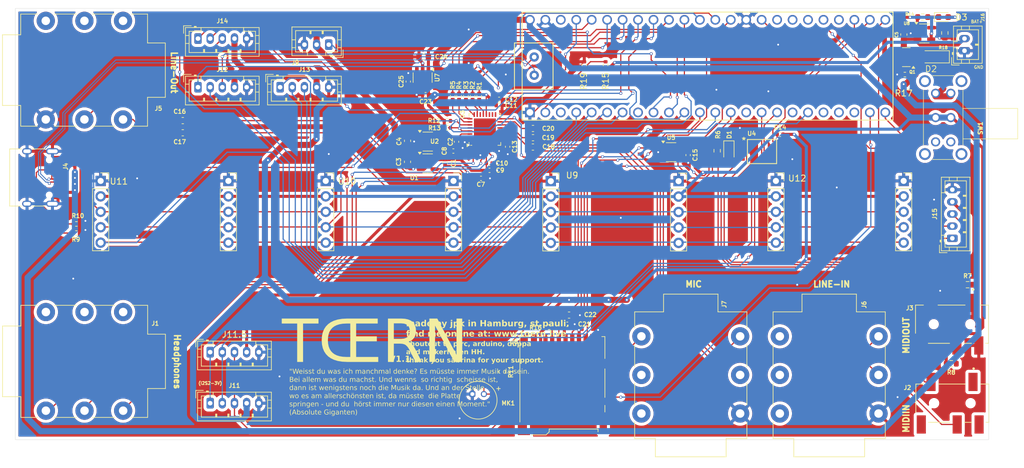
<source format=kicad_pcb>
(kicad_pcb (version 20241229) (generator "pcbnew") (generator_version "9.0")
  (layers (0 "F.Cu" signal) (4 "In1.Cu" signal) (6 "In2.Cu" signal) (2 "B.Cu" signal) (13 "F.Paste" user) (15 "B.Paste" user) (5 "F.SilkS" user "F.Silkscreen") (7 "B.SilkS" user "B.Silkscreen") (1 "F.Mask" user) (3 "B.Mask" user) (25 "Edge.Cuts" user))
  (net 0 "")
  (net 1 "GND")
  (net 2 "+3.3VA")
  (net 3 "+1V8")
  (net 4 "+5V")
  (net 5 "Net-(U1-BP)")
  (net 6 "Net-(U2-BP)")
  (net 7 "+3.3V")
  (net 8 "Net-(U3-VAG)")
  (net 9 "Net-(C16-Pad2)")
  (net 10 "Net-(U3-LINEOUT_R)")
  (net 11 "Net-(U3-LINEOUT_L)")
  (net 12 "Net-(C17-Pad2)")
  (net 13 "Net-(C18-Pad1)")
  (net 14 "LINEIN_R")
  (net 15 "Net-(C19-Pad1)")
  (net 16 "LINEIN_L")
  (net 17 "Net-(C20-Pad1)")
  (net 18 "MIC")
  (net 19 "Net-(U7-BP)")
  (net 20 "Net-(D1-A)")
  (net 21 "Net-(D1-K)")
  (net 24 "Net-(U3-HP_L)")
  (net 25 "Net-(U3-HP_R)")
  (net 26 "Net-(U3-HP_VGND)")
  (net 29 "Net-(J2-Pad3)")
  (net 32 "Net-(J3-Pad2)")
  (net 34 "Net-(J3-Pad3)")
  (net 35 "VBAT")
  (net 36 "D+")
  (net 37 "D-")
  (net 39 "Net-(J4-CC1)")
  (net 41 "Net-(J4-CC2)")
  (net 49 "Net-(MK1-+)")
  (net 52 "12_MISO_MQSL")
  (net 53 "10_CS_MQSR")
  (net 55 "14_A0_TX3_SPDIF_OUT")
  (net 57 "7_RX2_OUT1A")
  (net 58 "17_A3_TX4_SDA1")
  (net 59 "27_A13_SCK1")
  (net 60 "19_A5_SCL")
  (net 61 "18_A4_SDA")
  (net 62 "24_A10_TX6_SCL2")
  (net 63 "25_A11_RX6_SDA2")
  (net 64 "5_IN2")
  (net 65 "15_A1_RX3_SPDIF_IN")
  (net 66 "22_A8_CTX1")
  (net 67 "3_LRCLK2")
  (net 68 "4_BCLK2")
  (net 69 "2_OUT2")
  (net 70 "9_OUT1C")
  (net 71 "16_A2_RX4_SCL1")
  (net 72 "41_A17")
  (net 73 "33_MCLK2")
  (net 74 "32_OUT1B")
  (net 75 "Net-(U3-SYS_MCLK)")
  (net 76 "11_MOSI_CTX1")
  (net 77 "23_A9_CRX1_MCLK1")
  (net 78 "Net-(U3-I2S_LRCLK)")
  (net 79 "Net-(U3-I2S_SCLK)")
  (net 80 "Net-(U3-I2S_DOUT)")
  (net 81 "13_SCK_LED")
  (net 82 "Net-(U3-I2S_DIN)")
  (net 83 "Net-(R7-Pad1)")
  (net 84 "MICBIAS")
  (net 92 "Net-(U5-Pad3)")
  (net 93 "28_RX7")
  (net 94 "6_OUT1D")
  (net 95 "38_CS1_IN1")
  (net 96 "20_A6_TX5_LRCLK1")
  (net 97 "37_CS")
  (net 98 "40_A16")
  (net 99 "0_RX1_CRX2_CS1")
  (net 101 "36_CS")
  (net 102 "1_TX1_CTX2_MISO1")
  (net 103 "21_A7_RX5_BCLK1")
  (net 104 "26_A12_MOSI1")
  (net 105 "34_RX8")
  (net 107 "8_TX2_IN1")
  (net 108 "39_MISO1_OUT1A")
  (net 109 "30_CRX3")
  (net 110 "31_CTX3")
  (net 111 "35_TX8")
  (net 112 "29_TX7")
  (net 115 "VBUS")
  (net 116 "Net-(D2-K)")
  (net 117 "Net-(D3-K)")
  (net 118 "Net-(U8-STAT)")
  (net 119 "Net-(U8-PROG)")
  (footprint "Diode_SMD:D_SOD-123" (layer "F.Cu") (at 182.15 33 180)
    (property "Reference" "D2")
    (property "Value" "MBR0540")
  )
  (footprint "Resistor_SMD:R_0402_1005Metric" (layer "F.Cu") (at 124.5 34.325 -90)
    (property "Reference" "R19")
    (property "Value" "15k")
  )
  (footprint "Sensor_Audio:POM-2244P-C3310-2-R" (layer "F.Cu") (at 106.1 88.5)
    (property "Reference" "MK1")
    (property "Value" "Microphone_Condenser")
  )
  (footprint "Capacitor_SMD:C_0402_1005Metric" (layer "F.Cu") (at 102.98 48.5)
    (property "Reference" "C8")
    (property "Value" "1u")
  )
  (footprint "Resistor_SMD:R_0603_1608Metric" (layer "F.Cu") (at 111 84.825 -90)
    (property "Reference" "R11")
    (property "Value" "2k2")
  )
  (footprint "Capacitor_SMD:C_0402_1005Metric" (layer "F.Cu") (at 95.565 37.0725 90)
    (property "Reference" "C25")
    (property "Value" "1u")
  )
  (footprint "Resistor_SMD:R_0402_1005Metric" (layer "F.Cu") (at 101.99 43.54)
    (property "Reference" "R12")
    (property "Value" "10k")
  )
  (footprint "Connector_JST:JST_PH_B5B-PH-K_1x05_P2.00mm_Vertical" (layer "F.Cu") (at 185 62.865836 90)
    (property "Reference" "J15")
    (property "Value" "Conn_01x05")
  )
  (footprint "Connector_JST:JST_PH_B5B-PH-K_1x05_P2.00mm_Vertical" (layer "F.Cu") (at 63 81.6)
    (property "Reference" "J11.5")
    (property "Value" "Conn_01x05")
  )
  (footprint "Capacitor_SMD:C_0603_1608Metric" (layer "F.Cu") (at 58.5 43.5 180)
    (property "Reference" "C16")
    (property "Value" "10u")
  )
  (footprint "Resistor_SMD:R_0603_1608Metric" (layer "F.Cu") (at 187.5 70.5)
    (property "Reference" "R7")
    (property "Value" "220R")
  )
  (footprint "Connector_JST:JST_PH_B5B-PH-K_1x05_P2.00mm_Vertical" (layer "F.Cu") (at 63 90)
    (property "Reference" "J11")
    (property "Value" "Conn_01x05")
  )
  (footprint "Capacitor_SMD:C_0603_1608Metric" (layer "F.Cu") (at 116.055 47.85 180)
    (property "Reference" "C18")
    (property "Value" "10u")
  )
  (footprint "Connector_USB:USB_C_Receptacle_HRO_TYPE-C-31-M-12" (layer "F.Cu") (at 33.95 52.86 -90)
    (property "Reference" "J4")
    (property "Value" "USB_C_Receptacle_USB2.0")
  )
  (footprint "Resistor_SMD:R_0402_1005Metric" (layer "F.Cu") (at 103.92 39.51 -90)
    (property "Reference" "R4")
    (property "Value" "22R")
  )
  (footprint "Connector_PinSocket_2.54mm:DuppaI2CEncoderV2.1" (layer "F.Cu") (at 80 46.005)
    (property "Reference" "U10")
    (property "Value" "01x05 Connector_PinSocket_2.54mm" (hide yes))
  )
  (footprint "Capacitor_SMD:C_0603_1608Metric" (layer "F.Cu") (at 177.03 29.335 90)
    (property "Reference" "C5")
    (property "Value" "10u")
  )
  (footprint "Connector_JST:JST_PH_B5B-PH-K_1x05_P2.00mm_Vertical" (layer "F.Cu") (at 61 38)
    (property "Reference" "J12")
    (property "Value" "Conn_01x05")
  )
  (footprint "Resistor_SMD:R_0402_1005Metric" (layer "F.Cu") (at 101.99 44.68)
    (property "Reference" "R13")
    (property "Value" "10k")
  )
  (footprint "Capacitor_SMD:C_0402_1005Metric" (layer "F.Cu") (at 121.7 77.02 180)
    (property "Reference" "C21")
    (property "Value" "100n")
  )
  (footprint "Capacitor_SMD:C_0402_1005Metric" (layer "F.Cu") (at 101.6175 50.39 -90)
    (property "Reference" "C1")
    (property "Value" "1u")
  )
  (footprint "Package_TO_SOT_SMD:SOT-23-6" (layer "F.Cu") (at 138.77 48.69)
    (property "Reference" "U5")
    (property "Value" "74LVC2G14")
  )
  (footprint "Capacitor_SMD:C_0402_1005Metric" (layer "F.Cu") (at 110.5 40)
    (property "Reference" "C12")
    (property "Value" "1u")
  )
  (footprint "Package_TO_SOT_SMD:SOT-23-5" (layer "F.Cu") (at 98.75842 50.53552)
    (property "Reference" "U1")
    (property "Value" "SPX3819M5-L-3-3")
  )
  (footprint "Capacitor_SMD:C_0603_1608Metric" (layer "F.Cu") (at 116.07 46.31 180)
    (property "Reference" "C19")
    (property "Value" "10u")
  )
  (footprint "Capacitor_SMD:C_0603_1608Metric" (layer "F.Cu") (at 122 75.5)
    (property "Reference" "C22")
    (property "Value" "10u")
  )
  (footprint "Resistor_SMD:R_0402_1005Metric" (layer "F.Cu") (at 106.14 39.51 -90)
    (property "Reference" "R2")
    (property "Value" "22R")
  )
  (footprint "myLibKicad:5pin SO6_TOS" (layer "F.Cu") (at 153.7183 48.59)
    (property "Reference" "U4")
    (property "Value" "TLP2361V4_E")
  )
  (footprint "Resistor_SMD:R_0402_1005Metric" (layer "F.Cu") (at 107.23 39.51 -90)
    (property "Reference" "R1")
    (property "Value" "22R")
  )
  (footprint "Connector_JST:JST_PH_B3B-PH-K_1x03_P2.00mm_Vertical" (layer "F.Cu") (at 82.5 31 180)
    (property "Reference" "J9")
    (property "Value" "Conn_01x03")
  )
  (footprint "Capacitor_SMD:C_0402_1005Metric" (layer "F.Cu") (at 111.9 47.8 -90)
    (property "Reference" "C13")
    (property "Value" "150n")
  )
  (footprint "Package_TO_SOT_SMD:SOT-23-5" (layer "F.Cu") (at 180.3925 29.155)
    (property "Reference" "U8")
    (property "Value" "MCP73831-3-OT")
  )
  (footprint "Connector_Audio:Jack_6.35mm_Neutrik_NMJ6HCD2_Horizontal" (layer "F.Cu") (at 150.12 79 -90)
    (property "Reference" "J7")
    (property "Value" "AudioJack3_Switch")
  )
  (footprint "myLibKicad:CUI_SJ2-35863B1-SMT-TR" (layer "F.Cu") (at 184.95 77 180)
    (property "Reference" "J3")
    (property "Value" "CUI_SJ2-35863B1-SMT-TR")
  )
  (footprint "Capacitor_SMD:C_0402_1005Metric" (layer "F.Cu") (at 156.69 45.76)
    (property "Reference" "C14")
    (property "Value" "100n")
  )
  (footprint "LED_SMD:LED_0603_1608Metric" (layer "F.Cu") (at 183.53 26.46)
    (property "Reference" "D3")
    (property "Value" "LED")
  )
  (footprint "Resistor_SMD:R_0402_1005Metric" (layer "F.Cu") (at 41.01 60.5)
    (property "Reference" "R10")
    (property "Value" "5.1k")
  )
  (footprint "Connector_PinSocket_2.54mm:DuppaI2CEncoderV2.1" (layer "F.Cu") (at 117 46.04)
    (property "Reference" "U9")
    (property "Value" "01x05 Connector_PinSocket_2.54mm" (hide yes))
  )
  (footprint "Package_TO_SOT_SMD:SOT-23-5" (layer "F.Cu") (at 97.93 36.4225 -90)
    (property "Reference" "U7")
    (property "Value" "SPX3819M5-L-3-3")
  )
  (footprint "Resistor_SMD:R_0603_1608Metric" (layer "F.Cu") (at 184.825 83.5 180)
    (property "Reference" "R8")
    (property "Value" "220R")
  )
  (footprint "Resistor_SMD:R_0402_1005Metric" (layer "F.Cu") (at 41.01 62)
    (property "Reference" "R9")
    (property "Value" "5.1k")
  )
  (footprint "Capacitor_SMD:C_0603_1608Metric" (layer "F.Cu") (at 116.065 44.79 180)
    (property "Reference" "C20")
    (property "Value" "10u")
  )
  (footprint "myLibKicad:CUI_SJ2-35863B1-SMT-TR" (layer "F.Cu") (at 185 90 180)
    (property "Reference" "J2")
    (property "Value" "CUI_SJ2-35863B1-SMT-TR")
  )
  (footprint "Connector_Audio:Jack_6.35mm_Neutrik_NMJ6HCD2_Horizontal" (layer "F.Cu") (at 48.68102 43.307339 180)
    (property "Reference" "J5")
    (property "Value" "AudioJack3_Switch")
  )
  (footprint "Capacitor_SMD:C_0603_1608Metric" (layer "F.Cu") (at 95.45 46.825 -90)
    (property "Reference" "C4")
    (property "Value" "10u")
  )
  (footprint "Capacitor_SMD:C_0603_1608Metric" (layer "F.Cu") (at 58.5 45.5 180)
    (property "Reference" "C17")
    (property "Value" "10u")
  )
  (footprint "Resistor_SMD:R_0402_1005Metric" (layer "F.Cu") (at 118.73 77.5 180)
    (property "Reference" "R16")
    (property "Value" "10k")
  )
  (footprint "Capacitor_SMD:C_0402_1005Metric" (layer "F.Cu") (at 141.5675 49.17 -90)
    (property "Reference" "C15")
    (property "Value" "100n")
  )
  (footprint "Package_TO_SOT_SMD:SOT-23" (layer "F.Cu") (at 177.4375 33.055 180)
    (property "Reference" "Q1")
    (property "Value" "DMG3415")
  )
  (footprint "Connector_JST:JST_PH_B2B-PH-K_1x02_P2.00mm_Vertical" (layer "F.Cu") (at 187 32 90)
    (property "Reference" "J16")
    (property "Value" "BATTERY")
  )
  (footprint "Resistor_SMD:R_0402_1005Metric" (layer "F.Cu") (at 102.87 39.51 -90)
    (property "Reference" "R5")
    (property "Value" "22R")
  )
  (footprint "Package_TO_SOT_SMD:SOT-23-5" (layer "F.Cu") (at 98.77 46.95)
    (property "Reference" "U2")
    (property "Value" "SPX3819M5-L-1-8")
  )
  (footprint "Resistor_SMD:R_0402_1005Metric" (layer "F.Cu") (at 105.05 39.51 -90)
    (property "Reference" "R3")
    (property "Value" "22R")
  )
  (footprint "Diode_SMD:D_SOD-323F" (layer "F.Cu") (at 148.276528 48.447164 -90)
    (property "Reference" "D1")
    (property "Value" "BAT54J")
  )
  (footprint "Resistor_SMD:R_0402_1005Metric" (layer "F.Cu") (at 177.2 35.92)
    (property "Reference" "R17")
    (property "Value" "10k")
  )
  (footprint "Resistor_SMD:R_0603_1608Metric" (layer "F.Cu") (at 180.14 26.46 180)
    (property "Reference" "R14")
    (property "Value" "2k")
  )
  (footprint "Connector_JST:JST_PH_B5B-PH-K_1x05_P2.00mm_Vertical" (layer "F.Cu") (at 74.5 38)
    (property "Reference" "J13")
    (property "Value" "Conn_01x05")
  )
  (footprint "Connector_PinSocket_2.54mm:DuppaI2CEncoderV2.1" (layer "F.Cu") (at 43 46.005)
    (property "Reference" "U11")
    (property "Value" "01x05 Connector_PinSocket_2.54mm" (hide yes))
  )
  (footprint "Capacitor_SMD:C_0603_1608Metric" (layer "F.Cu") (at 98.105 33.0225 180)
    (property "Reference" "C24")
    (property "Value" "10u")
  )
  (footprint "Capacitor_SMD:C_0603_1608Metric" (layer "F.Cu") (at 95.443778 50.283225 -90)
    (property "Reference" "C3")
    (property "Value" "10u")
  )
  (footprint "Package_DFN_QFN:QFN-32-1EP_5x5mm_P0.5mm_EP3.6x3.6mm" (layer "F.Cu") (at 108.16 44.95 90)
    (property "Reference" "U3")
    (property "Value" "SGTL5000XNBA3")
  )
  (footprint "Connector_Card:microSD_HC_Hirose_DM3BT-DSF-PEJS" (layer "F.Cu") (at 120.9 86.925)
    (property "Reference" "J8")
    (property "Value" "Micro_SD_Card")
  )
  (footprint "Capacitor_SMD:C_0402_1005Metric" (layer "F.Cu") (at 110.5 41)
    (property "Reference" "C11")
    (property "Value" "100n")
  )
  (footprint "Resistor_SMD:R_0603_1608Metric" (layer "F.Cu") (at 183.77 29.075 90)
    (property "Reference" "R18")
    (property "Value" "2k")
  )
  (footprint "myLibKicad:EG2219" (layer "F.Cu") (at 184.75 47 90)
    (property "Reference" "SW1")
    (property "Value" "EG2219" (hide yes))
  )
  (footprint "Capacitor_SMD:C_0402_1005Metric" (layer "F.Cu") (at 108.88 50.52)
    (property "Reference" "C10")
    (property "Value" "100n")
  )
  (footprint "Connector_Audio:Jack_6.35mm_Neutrik_NMJ6HCD2_Horizontal" (layer "F.Cu") (at 172.875 79 -90)
    (property "Reference" "J6")
    (property "Value" "AudioJack3_Switch")
  )
  (footprint "Capacitor_SMD:C_0402_1005Metric" (layer "F.Cu") (at 103.5 46.98 -90)
    (property "Reference" "C2")
    (property "Value" "1u")
  )
  (footprint "Connector_JST:JST_PH_B5B-PH-K_1x05_P2.00mm_Vertical" (layer "F.Cu") (at 61 30)
    (property "Reference" "J14")
    (property "Value" "Conn_01x05")
  )
  (footprint "Capacitor_SMD:C_0402_1005Metric" (layer "F.Cu") (at 98.415 39.2325 180)
    (property "Reference" "C23")
    (property "Value" "1u")
  )
  (footprint "Resistor_SMD:R_0402_1005Metric" (layer "F.Cu") (at 128 34.325 90)
    (property "Reference" "R15")
    (property "Value" "10k")
  )
  (footprint "Capacitor_SMD:C_0402_1005Metric" (layer "F.Cu") (at 107.52 53)
    (property "Reference" "C7")
    (property "Value" "1u")
  )
  (footprint "Connector_PinSocket_2.54mm:DuppaI2CEncoderV2.1" (layer "F.Cu") (at 154 46.005)
    (property "Reference" "U12")
    (property "Value" "01x05 Connector_PinSocket_2.54mm" (hide yes))
  )
  (footprint "myLibKicad:Teensy41" (layer "F.Cu") (at 144.77 34.53)
    (property "Reference" "U6" (hide yes))
    (property "Value" "Teensy4.1" (hide yes))
  )
  (footprint "Resistor_SMD:R_0603_1608Metric" (layer "F.Cu") (at 146.34 48.46 -90)
    (property "Reference" "R6")
    (property "Value" "220R")
  )
  (footprint "Capacitor_SMD:C_0402_1005Metric" (layer "F.Cu") (at 108.92 51.68)
    (property "Reference" "C9")
    (property "Value" "1u")
  )
  (footprint "Connector_Audio:Jack_6.35mm_Neutrik_NMJ6HCD2_Horizontal" (layer "F.Cu") (at 48.7 91.23 180)
    (property "Reference" "J1")
    (property "Value" "AudioJack3_Switch")
  )
  (gr_rect (start 30.98 25.04) (end 190.98 96) (stroke (width 0.05)) (fill no) (layer "Edge.Cuts"))
  (gr_text "shoutout to pjrc, arduino, duppa \nand makerhafen HH. \nthank you sabrina for your support." (at 95.2 79.8 0) (layer "F.SilkS") (effects (font (size 0.8 0.8) (thickness 0.125) (bold yes)) (justify left top)))
  (gr_text "MIDIIN" (at 178 95 90) (layer "F.SilkS") (effects (font (size 1 1) (thickness 0.25) (bold yes)) (justify left bottom)))
  (gr_text "{dblquote}Weisst du was ich manchmal denke? Es müsste immer Musik da sein. \nBei allem was du machst. Und wenns  so richtig  scheisse ist, \ndann ist wenigstens noch die Musik da. Und an der Stelle  \nwo es am allerschönsten ist, da müsste  die Platte \nspringen - und du  hörst immer nur diesen einen Moment.{dblquote}\n(Absolute Giganten)\n" (at 76 92 0) (layer "F.SilkS") (effects (font (size 0.8 0.8) (thickness 0.1)) (justify left bottom)))
  (gr_text "MIC" (at 141 71 0) (layer "F.SilkS") (effects (font (size 1 1) (thickness 0.25) (bold yes)) (justify left bottom)))
  (gr_text "TŒRN" (at 74.8 84.4 0) (layer "F.SilkS") (effects (font (size 7 7) (thickness 0.1)) (justify left bottom)))
  (gr_text "V1.1" (at 92.4 82.2 0) (layer "F.SilkS") (effects (font (size 1 1) (thickness 0.125) (bold yes)) (justify left top)))
  (gr_text "MIDIOUT" (at 178 82 90) (layer "F.SilkS") (effects (font (size 1 1) (thickness 0.25) (bold yes)) (justify left bottom)))
  (gr_text "Line-Out" (at 56.5 32 270) (layer "F.SilkS") (effects (font (size 1 1) (thickness 0.25) (bold yes)) (justify left bottom)))
  (gr_text "LINE-IN" (at 162 71 0) (layer "F.SilkS") (effects (font (size 1 1) (thickness 0.25) (bold yes)) (justify left bottom)))
  (gr_text "Headphones" (at 57 78.5 270) (layer "F.SilkS") (effects (font (size 1 1) (thickness 0.25) (bold yes)) (justify left bottom)))
  (gr_text "made by jpk in Hamburg, st.pauli.\nfind me online at: www.toern.live" (at 95.2 79.2 0) (layer "F.SilkS") (effects (font (size 1 1) (thickness 0.25) (bold yes)) (justify left bottom)))
  (gr_text "GND" (at 188.5 35 0) (layer "F.SilkS") (effects (font (size 0.5 0.5) (thickness 0.1)) (justify left bottom)))
  (gr_text "BAT+" (at 188 27.5 0) (layer "F.SilkS") (effects (font (size 0.5 0.5) (thickness 0.1)) (justify left bottom)))
  (gr_text "(I2S2-3V)" (at 61 87 0) (layer "F.SilkS") (effects (font (size 0.5 0.5) (thickness 0.125) (bold yes)) (justify left bottom)))
  (segment (start 43.849 64.249) (end 44.4 64.8) (width 0.2) (layer "B.Cu") (net 0))
  (segment (start 43.849 50.551) (end 43.849 64.249) (width 0.2) (layer "B.Cu") (net 0))
  (segment (start 44.4 64.8) (end 44.464 64.736) (width 0.2) (layer "B.Cu") (net 0))
  (segment (start 44.464 64.736) (end 45 64.736) (width 0.2) (layer "B.Cu") (net 0))
  (segment (start 46.4 48) (end 43.849 50.551) (width 0.2) (layer "B.Cu") (net 0))
  (segment (start 141.5675 49.65) (end 141.5675 50.4175) (width 0.2) (layer "F.Cu") (net 1))
  (segment (start 110.17 51.68) (end 110.18 51.69) (width 0.2) (layer "F.Cu") (net 1))
  (segment (start 123.625 79.3) (end 123.66 79.265) (width 0.5) (layer "F.Cu") (net 1))
  (segment (start 105.5 47.5) (end 106.31 47.5) (width 0.2) (layer "F.Cu") (net 1))
  (segment (start 156.21 46.46) (end 156.24 46.49) (width 0.2) (layer "F.Cu") (net 1))
  (segment (start 141.5675 50.4175) (end 141.59 50.44) (width 0.2) (layer "F.Cu") (net 1))
  (segment (start 95.825553 51.44) (end 95.443778 51.058225) (width 0.5) (layer "F.Cu") (net 1))
  (segment (start 105.3 46.2) (end 105.71 46.2) (width 0.2) (layer "F.Cu") (net 1))
  (segment (start 109.41 46.2) (end 108.16 44.95) (width 0.2) (layer "F.Cu") (net 1))
  (segment (start 42 60.5) (end 41.53 60.5) (width 0.2) (layer "F.Cu") (net 1))
  (segment (start 110.095614 48.5) (end 109.41 47.814386) (width 0.2) (layer "F.Cu") (net 1))
  (segment (start 96.5425 46.95) (end 96.5325 46.94) (width 0.5) (layer "F.Cu") (net 1))
  (segment (start 96.9475 39.2325) (end 96.94 39.24) (width 0.5) (layer "F.Cu") (net 1))
  (segment (start 123.66 79.265) (end 123.66 78) (width 0.5) (layer "F.Cu") (net 1))
  (segment (start 177.59 28.56) (end 178.16 29.13) (width 0.5) (layer "F.Cu") (net 1))
  (segment (start 122.795 75.52) (end 123.78 75.52) (width 0.5) (layer "F.Cu") (net 1))
  (segment (start 107.41 49.18) (end 107.42 49.19) (width 0.2) (layer "F.Cu") (net 1))
  (segment (start 95.8725 47.6) (end 96.5325 46.94) (width 0.5) (layer "F.Cu") (net 1))
  (segment (start 35.955 43.335) (end 35.955 43.455) (width 0.2) (layer "F.Cu") (net 1))
  (segment (start 97.33 33.44) (end 97.94 34.05) (width 0.5) (layer "F.Cu") (net 1))
  (segment (start 111.9 49) (end 111.92 49.02) (width 0.2) (layer "F.Cu") (net 1))
  (segment (start 42.5 60) (end 42 60.5) (width 0.2) (layer "F.Cu") (net 1))
  (segment (start 110.5 48.5) (end 110.095614 48.5) (width 0.2) (layer "F.Cu") (net 1))
  (segment (start 116.165 42.15) (end 115.56 42.15) (width 0.2) (layer "F.Cu") (net 1))
  (segment (start 104.5 48) (end 104 48.5) (width 0.5) (layer "F.Cu") (net 1))
  (segment (start 42.01 61.99) (end 42.5 61.5) (width 0.2) (layer "F.Cu") (net 1))
  (segment (start 97.6325 46.95) (end 96.5425 46.95) (width 0.5) (layer "F.Cu") (net 1))
  (segment (start 183.77 29.9) (end 182.89 29.9) (width 0.5) (layer "F.Cu") (net 1))
  (segment (start 136.65 48.69) (end 137.6325 48.69) (width 0.2) (layer "F.Cu") (net 1))
  (segment (start 156.21 45.76) (end 156.21 46.46) (width 0.2) (layer "F.Cu") (net 1))
  (segment (start 157.16 49.86) (end 158.69 49.86) (width 0.2) (layer "F.Cu") (net 1))
  (segment (start 104.847429 46.652571) (end 105.3 46.2) (width 0.2) (layer "F.Cu") (net 1))
  (segment (start 95.45 47.6) (end 95.8725 47.6) (width 0.5) (layer "F.Cu") (net 1))
  (segment (start 95.565 36.5925) (end 95.565 35.685) (width 0.5) (layer "F.Cu") (net 1))
  (segment (start 177.03 28.56) (end 177.59 28.56) (width 0.5) (layer "F.Cu") (net 1))
  (segment (start 126.775 77.95) (end 126.775 79.2) (width 0.5) (layer "F.Cu") (net 1))
  (segment (start 109.41 47.4) (end 109.41 46.2) (width 0.2) (layer "F.Cu") (net 1))
  (segment (start 109.4 51.68) (end 110.17 51.68) (width 0.2) (layer "F.Cu") (net 1))
  (segment (start 158.69 49.86) (end 158.7 49.85) (width 0.2) (layer "F.Cu") (net 1))
  (segment (start 107.41 47.4) (end 107.41 49.18) (width 0.2) (layer "F.Cu") (net 1))
  (segment (start 106.31 47.5) (end 106.41 47.4) (width 0.2) (layer "F.Cu") (net 1))
  (segment (start 96.3925 51.44) (end 96.3925 50.82104) (width 0.5) (layer "F.Cu") (net 1))
  (segment (start 96.3925 50.82104) (end 96.67802 50.53552) (width 0.5) (layer "F.Cu") (net 1))
  (segment (start 97.33 33.0225) (end 97.33 33.44) (width 0.5) (layer "F.Cu") (net 1))
  (segment (start 95.565 35.685) (end 95.57 35.68) (width 0.5) (layer "F.Cu") (net 1))
  (segment (start 178.185 29.155) (end 178.16 29.13) (width 0.5) (layer "F.Cu") (net 1))
  (segment (start 110.17 50.55) (end 109.39 50.55) (width 0.2) (layer "F.Cu") (net 1))
  (segment (start 176.69 35.92) (end 175.95 35.92) (width 0.2) (layer "F.Cu") (net 1))
  (segment (start 97.93 34.06) (end 97.94 34.05) (width 0.5) (layer "F.Cu") (net 1))
  (segment (start 104 48.5) (end 103.46 48.5) (width 0.5) (layer "F.Cu") (net 1))
  (segment (start 179.255 29.155) (end 178.185 29.155) (width 0.5) (layer "F.Cu") (net 1))
  (segment (start 103.96 47.46) (end 103.5 47.46) (width 0.5) (layer "F.Cu") (net 1))
  (segment (start 101.6175 50.87) (end 104.157866 50.87) (width 0.2) (layer "F.Cu") (net 1))
  (segment (start 110.956134 41) (end 111.73147 41) (width 0.2) (layer "F.Cu") (net 1))
  (segment (start 124.5 33.815) (end 116.165 42.15) (width 0.2) (layer "F.Cu") (net 1))
  (segment (start 109.41 47.814386) (end 109.41 47.12) (width 0.2) (layer "F.Cu") (net 1))
  (segment (start 96.67802 50.53552) (end 97.62092 50.53552) (width 0.5) (layer "F.Cu") (net 1))
  (segment (start 110.98 40) (end 112.5 40) (width 0.2) (layer "F.Cu") (net 1))
  (segment (start 97.935 39.2325) (end 96.9475 39.2325) (width 0.5) (layer "F.Cu") (net 1))
  (segment (start 104.847429 47.05) (end 104.847429 46.652571) (width 0.2) (layer "F.Cu") (net 1))
  (segment (start 104.157866 50.87) (end 105.318578 52.030712) (width 0.2) (layer "F.Cu") (net 1))
  (segment (start 111.73147 41) (end 112.115735 40.615735) (width 0.2) (layer "F.Cu") (net 1))
  (segment (start 111.9 48.28) (end 111.9 49) (width 0.2) (layer "F.Cu") (net 1))
  (segment (start 97.93 35.285) (end 97.93 34.06) (width 0.5) (layer "F.Cu") (net 1))
  (segment (start 182.89 29.9) (end 182.88 29.91) (width 0.5) (layer "F.Cu") (net 1))
  (segment (start 122.18 77.02) (end 122.9 77.02) (width 0.5) (layer "F.Cu") (net 1))
  (segment (start 104.847429 47.05) (end 104.86 47.05) (width 0.2) (layer "F.Cu") (net 1))
  (segment (start 104.5 48) (end 103.96 47.46) (width 0.5) (layer "F.Cu") (net 1))
  (segment (start 175.95 35.92) (end 175.94 35.91) (width 0.2) (layer "F.Cu") (net 1))
  (segment (start 109 53) (end 108 53) (width 0.2) (layer "F.Cu") (net 1))
  (segment (start 101.6475 50.9) (end 101.6175 50.87) (width 0.2) (layer "F.Cu") (net 1))
  (segment (start 41.45 61.99) (end 42.01 61.99) (width 0.2) (layer "F.Cu") (net 1))
  (segment (start 105.71 46.2) (end 105.71 46.7) (width 0.2) (layer "F.Cu") (net 1))
  (segment (start 96.3925 51.44) (end 95.825553 51.44) (width 0.5) (layer "F.Cu") (net 1))
  (via (at 95.57 35.68) (size 0.5) (drill 0.3) (layers "F.Cu" "B.Cu") (net 1))
  (via (at 111.6 35.91) (size 0.5) (drill 0.3) (layers "F.Cu" "B.Cu") (net 1))
  (via (at 111.92 49.02) (size 0.5) (drill 0.3) (layers "F.Cu" "B.Cu") (net 1))
  (via (at 107.42 49.19) (size 0.5) (drill 0.3) (layers "F.Cu" "B.Cu") (net 1))
  (via (at 97.94 34.05) (size 0.5) (drill 0.3) (layers "F.Cu" "B.Cu") (net 1))
  (via (at 123.626208 77.95) (size 0.5) (drill 0.3) (layers "F.Cu" "B.Cu") (net 1))
  (via (at 51 53) (size 0.5) (drill 0.3) (layers "F.Cu" "B.Cu") (net 1))
  (via (at 126.775 77.95) (size 0.5) (drill 0.3) (layers "F.Cu" "B.Cu") (net 1))
  (via (at 105.5 47.5) (size 0.5) (drill 0.3) (layers "F.Cu" "B.Cu") (net 1))
  (via (at 74.4 85.6) (size 0.5) (drill 0.3) (layers "F.Cu" "B.Cu") (net 1))
  (via (at 40.5 69.5) (size 0.5) (drill 0.3) (layers "F.Cu" "B.Cu") (net 1))
  (via (at 141.59 50.44) (size 0.5) (drill 0.3) (layers "F.Cu" "B.Cu") (net 1))
  (via (at 105.5 34.05) (size 0.5) (drill 0.3) (layers "F.Cu" "B.Cu") (net 1))
  (via (at 104.5 48) (size 0.5) (drill 0.3) (layers "F.Cu" "B.Cu") (net 1))
  (via (at 112.115735 40.615735) (size 0.6) (drill 0.3) (layers "F.Cu" "B.Cu") (net 1))
  (via (at 159.5 70.5) (size 0.5) (drill 0.3) (layers "F.Cu" "B.Cu") (net 1))
  (via (at 146.22 38.42) (size 0.5) (drill 0.3) (layers "F.Cu" "B.Cu") (net 1))
  (via (at 123.78 75.52) (size 0.5) (drill 0.3) (layers "F.Cu" "B.Cu") (net 1))
  (via (at 154.76 38.68) (size 0.5) (drill 0.3) (layers "F.Cu" "B.Cu") (net 1))
  (via (at 42.5 61.5) (size 0.5) (drill 0.3) (layers "F.Cu" "B.Cu") (net 1))
  (via (at 150.08 44.72) (size 0.5) (drill 0.3) (layers "F.Cu" "B.Cu") (net 1))
  (via (at 42.5 60) (size 0.5) (drill 0.3) (layers "F.Cu" "B.Cu") (net 1))
  (via (at 156.37 31) (size 0.5) (drill 0.3) (layers "F.Cu" "B.Cu") (net 1))
  (via (at 82.5 49) (size 0.5) (drill 0.3) (layers "F.Cu" "B.Cu") (net 1))
  (via (at 96.5325 46.94) (size 0.5) (drill 0.3) (layers "F.Cu" "B.Cu") (net 1))
  (via (at 105.318578 52.030712) (size 0.5) (drill 0.3) (layers "F.Cu" "B.Cu") (net 1))
  (via (at 136.65 48.69) (size 0.5) (drill 0.3) (layers "F.Cu" "B.Cu") (net 1))
  (via (at 112.5 40) (size 0.6) (drill 0.3) (layers "F.Cu" "B.Cu") (net 1))
  (via (at 110.18 51.69) (size 0.5) (drill 0.3) (layers "F.Cu" "B.Cu") (net 1))
  (via (at 110.17 50.55) (size 0.5) (drill 0.3) (layers "F.Cu" "B.Cu") (net 1))
  (via (at 104.847429 47.05) (size 0.5) (drill 0.3) (layers "F.Cu" "B.Cu") (net 1))
  (via (at 188 69) (size 0.5) (drill 0.3) (layers "F.Cu" "B.Cu") (net 1))
  (via (at 175.94 35.91) (size 0.5) (drill 0.3) (layers "F.Cu" "B.Cu") (net 1))
  (via (at 104 92.5) (size 0.5) (drill 0.3) (layers "F.Cu" "B.Cu") (net 1))
  (via (at 178.16 29.13) (size 0.5) (drill 0.3) (layers "F.Cu" "B.Cu") (net 1))
  (via (at 166 54.5) (size 0.5) (drill 0.3) (layers "F.Cu" "B.Cu") (net 1))
  (via (at 110.5 48.5) (size 0.5) (drill 0.3) (layers "F.Cu" "B.Cu") (net 1))
  (via (at 96.94 39.24) (size 0.5) (drill 0.3) (layers "F.Cu" "B.Cu") (net 1))
  (via (at 51 62.5) (size 0.5) (drill 0.3) (layers "F.Cu" "B.Cu") (net 1))
  (via (at 183 71.5) (size 0.5) (drill 0.3) (layers "F.Cu" "B.Cu") (net 1))
  (via (at 158.7 49.85) (size 0.5) (drill 0.3) (layers "F.Cu" "B.Cu") (net 1))
  (via (at 122.92 77) (size 0.5) (drill 0.3) (layers "F.Cu" "B.Cu") (net 1))
  (via (at 105.5 28.5) (size 0.5) (drill 0.3) (layers "F.Cu" "B.Cu") (net 1))
  (via (at 130.5 59.5) (size 0.5) (drill 0.3) (layers "F.Cu" "B.Cu") (net 1))
  (via (at 182 56.5) (size 0.5) (drill 0.3) (layers "F.Cu" "B.Cu") (net 1))
  (via (at 182.88 29.91) (size 0.5) (drill 0.3) (layers "F.Cu" "B.Cu") (net 1))
  (via (at 109 53) (size 0.5) (drill 0.3) (layers "F.Cu" "B.Cu") (net 1))
  (via (at 96.3925 51.44) (size 0.5) (drill 0.3) (layers "F.Cu" "B.Cu") (net 1))
  (via (at 156.24 46.49) (size 0.5) (drill 0.3) (layers "F.Cu" "B.Cu") (net 1))
  (via (at 176 89) (size 0.5) (drill 0.3) (layers "F.Cu" "B.Cu") (net 1))
  (segment (start 139.960051 53.5) (end 140 53.460051) (width 0.2) (layer "B.Cu") (net 1))
  (segment (start 119 53.46) (end 119.04 53.5) (width 0.2) (layer "B.Cu") (net 1))
  (segment (start 100.2204 49.91) (end 101.6175 49.91) (width 0.5) (layer "F.Cu") (net 2))
  (segment (start 108.41 47.4) (end 108.41 50.51) (width 0.2) (layer "F.Cu") (net 2))
  (segment (start 104.187817 49.91) (end 101.6175 49.91) (width 0.5) (layer "F.Cu") (net 2))
  (segment (start 99.89592 49.58552) (end 100.2204 49.91) (width 0.5) (layer "F.Cu") (net 2))
  (segment (start 108.4 50.52) (end 108.4 51.64) (width 0.2) (layer "F.Cu") (net 2))
  (segment (start 105.957817 51.68) (end 104.187817 49.91) (width 0.5) (layer "F.Cu") (net 2))
  (segment (start 108.44 51.68) (end 105.957817 51.68) (width 0.5) (layer "F.Cu") (net 2))
  (segment (start 99.9075 46) (end 101.635 46) (width 0.5) (layer "F.Cu") (net 3))
  (segment (start 104.3 45.7) (end 105.71 45.7) (width 0.2) (layer "F.Cu") (net 3))
  (segment (start 101.64 46.005) (end 102.135 46.5) (width 0.2) (layer "F.Cu") (net 3))
  (segment (start 102.135 46.5) (end 103.5 46.5) (width 0.2) (layer "F.Cu") (net 3))
  (segment (start 103.5 46.5) (end 104.3 45.7) (width 0.2) (layer "F.Cu") (net 3))
  (segment (start 176.999949 55.965) (end 177 55.965051) (width 0.5) (layer "F.Cu") (net 4))
  (segment (start 139.9075 48.69) (end 141.5675 48.69) (width 0.2) (layer "F.Cu") (net 4))
  (segment (start 115.56 26.91) (end 98.86 26.91) (width 1) (layer "F.Cu") (net 4))
  (segment (start 82.09 26.91) (end 80.5 28.5) (width 1) (layer "F.Cu") (net 4))
  (segment (start 93.3525 46.05) (end 93.3425 46.06) (width 0.5) (layer "F.Cu") (net 4))
  (segment (start 80.5 31.36) (end 93.3425 44.2025) (width 1) (layer "F.Cu") (net 4))
  (segment (start 104 26.91) (end 98.86 26.91) (width 0.5) (layer "F.Cu") (net 4))
  (segment (start 96.234949 55.965051) (end 103 55.965051) (width 0.5) (layer "F.Cu") (net 4))
  (segment (start 185 43) (end 182.25 43) (width 0.5) (layer "F.Cu") (net 4))
  (segment (start 98.283419 49.58552) (end 98.73342 50.035521) (width 0.5) (layer "F.Cu") (net 4))
  (segment (start 80.5 28.5) (end 80.5 31.36) (width 1) (layer "F.Cu") (net 4))
  (segment (start 80 72.2) (end 96.234949 55.965051) (width 0.5) (layer "F.Cu") (net 4))
  (segment (start 97.6325 47.9) (end 98.294999 47.9) (width 0.5) (layer "F.Cu") (net 4))
  (segment (start 184 79.1) (end 184.55 78.55) (width 0.5) (layer "F.Cu") (net 4))
  (segment (start 176.965051 56) (end 177 55.965051) (width 1) (layer "F.Cu") (net 4))
  (segment (start 97.62092 49.58552) (end 98.283419 49.58552) (width 0.5) (layer "F.Cu") (net 4))
  (segment (start 184 83.5) (end 184 79.1) (width 0.5) (layer "F.Cu") (net 4))
  (segment (start 103.034949 56) (end 103 55.965051) (width 0.5) (layer "F.Cu") (net 4))
  (segment (start 142.75 51.25) (end 142.75 48.98) (width 0.5) (layer "F.Cu") (net 4))
  (segment (start 98.3425 46) (end 97.6325 46) (width 0.5) (layer "F.Cu") (net 4))
  (segment (start 98.88 32.03) (end 104 26.91) (width 0.5) (layer "F.Cu") (net 4))
  (segment (start 93.3425 44.2025) (end 93.3425 46.06) (width 1) (layer "F.Cu") (net 4))
  (segment (start 93.3425 46.06) (end 93.3425 47.406947) (width 1) (layer "F.Cu") (net 4))
  (segment (start 98.186104 51.48552) (end 97.62092 51.48552) (width 0.5) (layer "F.Cu") (net 4))
  (segment (start 96.98 35.947499) (end 97.430001 36.3975) (width 0.5) (layer "F.Cu") (net 4))
  (segment (start 98.6725 36.3975) (end 98.88 36.19) (width 0.5) (layer "F.Cu") (net 4))
  (segment (start 98.745 47.449999) (end 98.745 46.4025) (width 0.5) (layer "F.Cu") (net 4))
  (segment (start 144 52) (end 143.5 52) (width 0.5) (layer "F.Cu") (net 4))
  (segment (start 98.86 26.91) (end 82.09 26.91) (width 1) (layer "F.Cu") (net 4))
  (segment (start 98.88 33.0225) (end 98.88 32.03) (width 0.5) (layer "F.Cu") (net 4))
  (segment (start 98.73342 50.035521) (end 98.73342 50.938204) (width 0.5) (layer "F.Cu") (net 4))
  (segment (start 65.999949 55.965) (end 66 55.965051) (width 0.5) (layer "F.Cu") (net 4))
  (segment (start 95.521073 49.58552) (end 97.62092 49.58552) (width 0.5) (layer "F.Cu") (net 4))
  (segment (start 66 55.965051) (end 66.034949 56) (width 1) (layer "F.Cu") (net 4))
  (segment (start 97.430001 36.3975) (end 98.6725 36.3975) (width 0.5) (layer "F.Cu") (net 4))
  (segment (start 97.6325 46) (end 95.5 46) (width 0.5) (layer "F.Cu") (net 4))
  (segment (start 156 55.965) (end 176.999949 55.965) (width 0.5) (layer "F.Cu") (net 4))
  (segment (start 96.98 35.285) (end 96.98 35.947499) (width 0.5) (layer "F.Cu") (net 4))
  (segment (start 93.3425 47.406947) (end 95.443778 49.508225) (width 1) (layer "F.Cu") (net 4))
  (segment (start 73.2 72.2) (end 80 72.2) (width 0.5) (layer "F.Cu") (net 4))
  (segment (start 190 48) (end 185 43) (width 0.5) (layer "F.Cu") (net 4))
  (segment (start 188.95 78.55) (end 190 77.5) (width 0.5) (layer "F.Cu") (net 4))
  (segment (start 143.5 52) (end 142.75 51.25) (width 0.5) (layer "F.Cu") (net 4))
  (segment (start 98.88 33.0225) (end 98.88 35.285) (width 0.5) (layer "F.Cu") (net 4))
  (segment (start 98.88 36.19) (end 98.88 35.285) (width 0.5) (layer "F.Cu") (net 4))
  (segment (start 45 55.965) (end 65.999949 55.965) (width 0.5) (layer "F.Cu") (net 4))
  (segment (start 184.55 78.55) (end 188.95 78.55) (width 0.5) (layer "F.Cu") (net 4))
  (segment (start 69 81.6) (end 69 76.4) (width 0.5) (layer "F.Cu") (net 4))
  (segment (start 142.75 48.98) (end 142.46 48.69) (width 0.5) (layer "F.Cu") (net 4))
  (segment (start 98.73342 50.938204) (end 98.186104 51.48552) (width 0.5) (layer "F.Cu") (net 4))
  (segment (start 81.999949 55.965051) (end 82 55.965) (width 0.5) (layer "F.Cu") (net 4))
  (segment (start 95.45 46.05) (end 93.3525 46.05) (width 0.5) (layer "F.Cu") (net 4))
  (segment (start 119 56) (end 103.034949 56) (width 0.5) (layer "F.Cu") (net 4))
  (segment (start 66 55.965051) (end 81.999949 55.965051) (width 0.5) (layer "F.Cu") (net 4))
  (segment (start 81.965 56) (end 82 55.965) (width 1) (layer "F.Cu") (net 4))
  (segment (start 69 76.4) (end 73.2 72.2) (width 0.5) (layer "F.Cu") (net 4))
  (segment (start 156 55.965) (end 156.035 56) (width 1) (layer "F.Cu") (net 4))
  (segment (start 98.294999 47.9) (end 98.745 47.449999) (width 0.5) (layer "F.Cu") (net 4))
  (segment (start 142.46 48.69) (end 141.5675 48.69) (width 0.5) (layer "F.Cu") (net 4))
  (segment (start 190 77.5) (end 190 48) (width 0.5) (layer "F.Cu") (net 4))
  (segment (start 98.745 46.4025) (end 98.3425 46) (width 0.5) (layer "F.Cu") (net 4))
  (via (at 144 52) (size 0.5) (drill 0.3) (layers "F.Cu" "B.Cu") (net 4))
  (segment (start 102.965051 56) (end 103 55.965051) (width 1) (layer "B.Cu") (net 4))
  (segment (start 122.39 34.89) (end 115.56 28.06) (width 1) (layer "B.Cu") (net 4))
  (segment (start 119.000051 56.000051) (end 119 56) (width 0.5) (layer "B.Cu") (net 4))
  (segment (start 139.999949 56) (end 140 56.000051) (width 1) (layer "B.Cu") (net 4))
  (segment (start 115.56 28.06) (end 115.56 26.91) (width 1) (layer "B.Cu") (net 4))
  (segment (start 140 56.000051) (end 155.964949 56.000051) (width 0.5) (layer "B.Cu") (net 4))
  (segment (start 140 56.000026) (end 140 56.000051) (width 0.5) (layer "B.Cu") (net 4))
  (segment (start 144 52.000026) (end 140 56.000026) (width 0.5) (layer "B.Cu") (net 4))
  (segment (start 170.02 34.89) (end 122.39 34.89) (width 1) (layer "B.Cu") (net 4))
  (segment (start 182.25 43) (end 178.13 43) (width 0.5) (layer "B.Cu") (net 4))
  (segment (start 155.964949 56.000051) (end 156 55.965) (width 0.5) (layer "B.Cu") (net 4))
  (segment (start 140 56.000051) (end 119.000051 56.000051) (width 0.5) (layer "B.Cu") (net 4))
  (segment (start 102.999949 55.965) (end 103 55.965051) (width 0.5) (layer "B.Cu") (net 4))
  (segment (start 156.59 44.91) (end 149.5 52) (width 0.5) (layer "B.Cu") (net 4))
  (segment (start 149.5 52) (end 144 52) (width 0.5) (layer "B.Cu") (net 4))
  (segment (start 184.75 43) (end 182.25 43) (width 0.5) (layer "B.Cu") (net 4))
  (segment (start 176.22 44.91) (end 156.59 44.91) (width 0.5) (layer "B.Cu") (net 4))
  (segment (start 82 55.965) (end 82.035 56) (width 1) (layer "B.Cu") (net 4))
  (segment (start 144 52) (end 144 52.000026) (width 0.5) (layer "B.Cu") (net 4))
  (segment (start 178.13 43) (end 170.02 34.89) (width 1) (layer "B.Cu") (net 4))
  (segment (start 184.75 43) (end 178.13 43) (width 1) (layer "B.Cu") (net 4))
  (segment (start 178.13 43) (end 176.22 44.91) (width 0.5) (layer "B.Cu") (net 4))
  (segment (start 140 56.000051) (end 140.000051 56) (width 1) (layer "B.Cu") (net 4))
  (segment (start 155.965 56) (end 156 55.965) (width 1) (layer "B.Cu") (net 4))
  (segment (start 82 55.965) (end 102.999949 55.965) (width 0.5) (layer "B.Cu") (net 4))
  (segment (start 99.84 51.54144) (end 99.89592 51.48552) (width 0.2) (layer "F.Cu") (net 5))
  (segment (start 99.89592 51.48552) (end 99.93144 51.45) (width 0.2) (layer "F.Cu") (net 5))
  (segment (start 105.5 53) (end 107.04 53) (width 0.2) (layer "F.Cu") (net 5))
  (segment (start 99.93144 51.45) (end 103.95 51.45) (width 0.2) (layer "F.Cu") (net 5))
  (segment (start 103.95 51.45) (end 105.5 53) (width 0.2) (layer "F.Cu") (net 5))
  (segment (start 99.9075 47.9) (end 101.40255 47.9) (width 0.5) (layer "F.Cu") (net 6))
  (segment (start 102.00255 48.5) (end 102.5 48.5) (width 0.5) (layer "F.Cu") (net 6))
  (segment (start 101.40255 47.9) (end 102.00255 48.5) (width 0.5) (layer "F.Cu") (net 6))
  (segment (start 120.575 81) (end 121.425 80.15) (width 0.5) (layer "F.Cu") (net 7))
  (segment (start 79 35) (end 68.5 35) (width 1) (layer "F.Cu") (net 7))
  (segment (start 98.88 37.56) (end 98.88 39.2175) (width 0.5) (layer "F.Cu") (net 7))
  (segment (start 187.55 59.415836) (end 185 56.865836) (width 0.5) (layer "F.Cu") (net 7))
  (segment (start 110.02 40) (end 110.02 41) (width 0.5) (layer "F.Cu") (net 7))
  (segment (start 108.41 42.5) (end 108.39 42.48) (width 0.2) (layer "F.Cu") (net 7))
  (segment (start 108.39 42.48) (end 108.39 39.24) (width 0.2) (layer "F.Cu") (net 7))
  (segment (start 101.48 43.54) (end 101.48 44.68) (width 0.5) (layer "F.Cu") (net 7))
  (segment (start 117.325 78.395) (end 117.325 80.325) (width 0.5) (layer "F.Cu") (net 7))
  (segment (start 98.895 39.2325) (end 99.9175 39.2325) (width 0.5) (layer "F.Cu") (net 7))
  (segment (start 67 33.5) (end 67 30) (width 1) (layer "F.Cu") (net 7))
  (segment (start 68.5 35) (end 67 36.5) (width 1) (layer "F.Cu") (net 7))
  (segment (start 121.45 79.275) (end 121.425 79.3) (width 0.5) (layer "F.Cu") (net 7))
  (segment (start 80.5 36.5) (end 79 35) (width 1) (layer "F.Cu") (net 7))
  (segment (start 118 81) (end 120.575 81) (width 0.5) (layer "F.Cu") (net 7))
  (segment (start 121.22 77.02) (end 121.22 79.095) (width 0.5) (layer "F.Cu") (net 7))
  (segment (start 98.895 40.995) (end 98.895 39.2325) (width 0.5) (layer "F.Cu") (net 7))
  (segment (start 109.15 40) (end 108.39 39.24) (width 0.5) (layer "F.Cu") (net 7))
  (segment (start 121 73) (end 118.22 75.78) (width 0.5) (layer "F.Cu") (net 7))
  (segment (start 157.17 45.76) (end 157.17 47.31) (width 0.2) (layer "F.Cu") (net 7))
  (segment (start 101.48 43.54) (end 101.44 43.54) (width 0.5) (layer "F.Cu") (net 7))
  (segment (start 122 73) (end 121 73) (width 0.5) (layer "F.Cu") (net 7))
  (segment (start 186.25 66.25) (end 187.55 64.95) (width 0.5) (layer "F.Cu") (net 7))
  (segment (start 187.55 64.95) (end 187.55 59.415836) (width 0.5) (layer "F.Cu") (net 7))
  (segment (start 118.22 75.78) (end 118.22 77.5) (width 0.5) (layer "F.Cu") (net 7))
  (segment (start 159 45.76) (end 157.17 45.76) (width 0.5) (layer "F.Cu") (net 7))
  (segment (start 99.9175 39.2325) (end 99.93 39.22) (width 0.5) (layer "F.Cu") (net 7))
  (segment (start 75 47.5) (end 79.5 47.5) (width 1) (layer "F.Cu") (net 7))
  (segment (start 72.5 50) (end 75 47.5) (width 1) (layer "F.Cu") (net 7))
  (segment (start 121.22 75.505) (end 121.225 75.5) (width 0.5) (layer "F.Cu") (net 7))
  (segment (start 121.425 80.15) (end 121.425 79.3) (width 0.5) (layer "F.Cu") (net 7))
  (segment (start 80.5 38) (end 80.5 36.5) (width 1) (layer "F.Cu") (net 7))
  (segment (start 121.22 79.095) (end 121.425 79.3) (width 0.5) (layer "F.Cu") (net 7))
  (segment (start 161 66.25) (end 186.25 66.25) (width 0.5) (layer "F.Cu") (net 7))
  (segment (start 110.02 40) (end 109.15 40) (width 0.5) (layer "F.Cu") (net 7))
  (segment (start 121.22 77.02) (end 121.22 75.505) (width 0.5) (layer "F.Cu") (net 7))
  (segment (start 128.5 73) (end 131.5 73) (width 1) (layer "F.Cu") (net 7))
  (segment (start 67 36.5) (end 67 38) (width 1) (layer "F.Cu") (net 7))
  (segment (start 79.5 47.5) (end 80.5 46.5) (width 1) (layer "F.Cu") (net 7))
  (segment (start 117.325 80.325) (end 118 81) (width 0.5) (layer "F.Cu") (net 7))
  (segment (start 68.5 35) (end 67 33.5) (width 1) (layer "F.Cu") (net 7))
  (segment (start 101.44 43.54) (end 98.895 40.995) (width 0.5) (layer "F.Cu") (net 7))
  (segment (start 118.22 77.5) (end 117.325 78.395) (width 0.5) (layer "F.Cu") (net 7))
  (via (at 128.5 73) (size 0.5) (drill 0.3) (layers "F.Cu" "B.Cu") (net 7))
  (via (at 80.5 46.5) (size 0.5) (drill 0.3) (layers "F.Cu" "B.Cu") (net 7))
  (via (at 108.39 39.24) (size 0.5) (drill 0.3) (layers "F.Cu" "B.Cu") (net 7))
  (via (at 161 66.25) (size 0.5) (drill 0.3) (layers "F.Cu" "B.Cu") (net 7))
  (via (at 72.5 50) (size 0.5) (drill 0.3) (layers "F.Cu" "B.Cu") (net 7))
  (via (at 99.93 39.22) (size 0.5) (drill 0.3) (layers "F.Cu" "B.Cu") (net 7))
  (via (at 131.5 73) (size 0.5) (drill 0.3) (layers "F.Cu" "B.Cu") (net 7))
  (via (at 159 45.76) (size 0.5) (drill 0.3) (layers "F.Cu" "B.Cu") (net 7))
  (via (at 122 73) (size 0.5) (drill 0.3) (layers "F.Cu" "B.Cu") (net 7))
  (segment (start 161 47.76) (end 159 45.76) (width 0.5) (layer "B.Cu") (net 7))
  (segment (start 161 66.25) (end 159.2 68.05) (width 0.5) (layer "B.Cu") (net 7))
  (segment (start 108.38 39.23) (end 108.39 39.24) (width 0.5) (layer "B.Cu") (net 7))
  (segment (start 69 92) (end 69 90) (width 1) (layer "B.Cu") (net 7))
  (segment (start 72.5 50) (end 72 50.5) (width 1) (layer "B.Cu") (net 7))
  (segment (start 136.338909 68.05) (end 131.5 72.888909) (width 0.5) (layer "B.Cu") (net 7))
  (segment (start 75.8 73) (end 72 69.2) (width 1) (layer "B.Cu") (net 7))
  (segment (start 122 73) (end 123 73) (width 1) (layer "B.Cu") (net 7))
  (segment (start 99.93 39.22) (end 99.94 39.23) (width 0.5) (layer "B.Cu") (net 7))
  (segment (start 80.5 46.5) (end 80.5 41.69) (width 1) (layer "B.Cu") (net 7))
  (segment (start 98.96 40.19) (end 82 40.19) (width 1) (layer "B.Cu") (net 7))
  (segment (start 72 69.2) (end 70.2 71) (width 1) (layer "B.Cu") (net 7))
  (segment (start 80.5 41.69) (end 82 40.19) (width 1) (layer "B.Cu") (net 7))
  (segment (start 82 40.19) (end 80.5 38.69) (width 1) (layer "B.Cu") (net 7))
  (segment (start 131.5 72.888909) (end 131.5 73) (width 0.5) (layer "B.Cu") (net 7))
  (segment (start 161 66.25) (end 161 47.76) (width 0.5) (layer "B.Cu") (net 7))
  (segment (start 80.5 38.69) (end 80.5 38) (width 1) (layer "B.Cu") (net 7))
  (segment (start 123 73) (end 128.5 73) (width 1) (layer "B.Cu") (net 7))
  (segment (start 159.2 68.05) (end 136.338909 68.05) (width 0.5) (layer "B.Cu") (net 7))
  (segment (start 60.2 91.8) (end 61 92.6) (width 1) (layer "B.Cu") (net 7))
  (segment (start 122 73) (end 75.8 73) (width 1) (layer "B.Cu") (net 7))
  (segment (start 99.93 39.22) (end 98.96 40.19) (width 1) (layer "B.Cu") (net 7))
  (segment (start 60.2 81) (end 60.2 91.8) (width 1) (layer "B.Cu") (net 7))
  (segment (start 72 50.5) (end 72 69.2) (width 1) (layer "B.Cu") (net 7))
  (segment (start 99.94 39.23) (end 108.38 39.23) (width 0.5) (layer "B.Cu") (net 7))
  (segment (start 70.2 71) (end 60.2 81) (width 1) (layer "B.Cu") (net 7))
  (segment (start 61 92.6) (end 68.4 92.6) (width 1) (layer "B.Cu") (net 7))
  (segment (start 131.5 73) (end 131.388909 73) (width 0.5) (layer "B.Cu") (net 7))
  (segment (start 68.4 92.6) (end 69 92) (width 1) (layer "B.Cu") (net 7))
  (segment (start 111.9 47.32) (end 111.9 47.040001) (width 0.2) (layer "F.Cu") (net 8))
  (segment (start 111.059999 46.2) (end 110.61 46.2) (width 0.2) (layer "F.Cu") (net 8))
  (segment (start 111.9 47.040001) (end 111.059999 46.2) (width 0.2) (layer "F.Cu") (net 8))
  (segment (start 53 43.5) (end 57.725 43.5) (width 0.2) (layer "F.Cu") (net 9))
  (segment (start 44.638359 41) (end 50.5 41) (width 0.2) (layer "F.Cu") (net 9))
  (segment (start 50.5 41) (end 53 43.5) (width 0.2) (layer "F.Cu") (net 9))
  (segment (start 42.33102 43.307339) (end 44.638359 41) (width 0.2) (layer "F.Cu") (net 9))
  (segment (start 42.305 43.805) (end 42.305 43.335) (width 0.2) (layer "F.Cu") (net 9))
  (segment (start 87.138909 43.977052) (end 87.138909 43.5) (width 0.2) (layer "F.Cu") (net 10))
  (segment (start 112.82 46.885686) (end 112.82 51.114314) (width 0.2) (layer "F.Cu") (net 10))
  (segment (start 112.82 51.114314) (end 110.324314 53.61) (width 0.2) (layer "F.Cu") (net 10))
  (segment (start 87.138909 43.5) (end 59.275 43.5) (width 0.2) (layer "F.Cu") (net 10))
  (segment (start 111.634314 45.7) (end 112.82 46.885686) (width 0.2) (layer "F.Cu") (net 10))
  (segment (start 110.61 45.7) (end 111.634314 45.7) (width 0.2) (layer "F.Cu") (net 10))
  (segment (start 95.247377 52.08552) (end 87.138909 43.977052) (width 0.2) (layer "F.Cu") (net 10))
  (segment (start 103.960469 52.08552) (end 95.247377 52.08552) (width 0.2) (layer "F.Cu") (net 10))
  (segment (start 105.484949 53.61) (end 103.960469 52.08552) (width 0.2) (layer "F.Cu") (net 10))
  (segment (start 110.324314 53.61) (end 105.484949 53.61) (width 0.2) (layer "F.Cu") (net 10))
  (segment (start 92.185552 54.685552) (end 109.814448 54.685552) (width 0.2) (layer "F.Cu") (net 11))
  (segment (start 111.7 45.2) (end 110.61 45.2) (width 0.2) (layer "F.Cu") (net 11))
  (segment (start 83 45.5) (end 92.185552 54.685552) (width 0.2) (layer "F.Cu") (net 11))
  (segment (start 109.814448 54.685552) (end 113.41 51.09) (width 0.2) (layer "F.Cu") (net 11))
  (segment (start 113.41 46.91) (end 111.7 45.2) (width 0.2) (layer "F.Cu") (net 11))
  (segment (start 113.41 51.09) (end 113.41 46.91) (width 0.2) (layer "F.Cu") (net 11))
  (segment (start 59.275 45.5) (end 83 45.5) (width 0.2) (layer "F.Cu") (net 11))
  (segment (start 51.5 44.5) (end 56.725 44.5) (width 0.2) (layer "F.Cu") (net 12))
  (segment (start 56.725 44.5) (end 57.725 45.5) (width 0.2) (layer "F.Cu") (net 12))
  (segment (start 50.307339 43.307339) (end 51.5 44.5) (width 0.2) (layer "F.Cu") (net 12))
  (segment (start 48.68102 43.307339) (end 50.307339 43.307339) (width 0.2) (layer "F.Cu") (net 12))
  (segment (start 116.83 47.85) (end 117.284314 47.85) (width 0.2) (layer "F.Cu") (net 13))
  (segment (start 170.025 82.5) (end 172.875 85.35) (width 0.2) (layer "F.Cu") (net 13))
  (segment (start 145 82.5) (end 170.025 82.5) (width 0.2) (layer "F.Cu") (net 13))
  (segment (start 136.5 55) (end 136.5 74) (width 0.2) (layer "F.Cu") (net 13))
  (segment (start 117.284314 47.85) (end 117.934314 48.5) (width 0.2) (layer "F.Cu") (net 13))
  (segment (start 130 48.5) (end 136.5 55) (width 0.2) (layer "F.Cu") (net 13))
  (segment (start 117.934314 48.5) (end 130 48.5) (width 0.2) (layer "F.Cu") (net 13))
  (segment (start 136.5 74) (end 145 82.5) (width 0.2) (layer "F.Cu") (net 13))
  (segment (start 115.23 47.85) (end 115.28 47.85) (width 0.2) (layer "F.Cu") (net 14))
  (segment (start 112.08 44.7) (end 115.23 47.85) (width 0.2) (layer "F.Cu") (net 14))
  (segment (start 110.61 44.7) (end 112.08 44.7) (width 0.2) (layer "F.Cu") (net 14))
  (segment (start 137 54.5) (end 137 73.5) (width 0.2) (layer "F.Cu") (net 15))
  (segment (start 116.845 46.31) (end 118.535 48) (width 0.2) (layer "F.Cu") (net 15))
  (segment (start 118.535 48) (end 130.5 48) (width 0.2) (layer "F.Cu") (net 15))
  (segment (start 130.5 48) (end 137 54.5) (width 0.2) (layer "F.Cu") (net 15))
  (segment (start 169.875 82) (end 172.875 79) (width 0.2) (layer "F.Cu") (net 15))
  (segment (start 145.5 82) (end 169.875 82) (width 0.2) (layer "F.Cu") (net 15))
  (segment (start 137 73.5) (end 145.5 82) (width 0.2) (layer "F.Cu") (net 15))
  (segment (start 112.2 44.2) (end 110.61 44.2) (width 0.2) (layer "F.Cu") (net 16))
  (segment (start 115.295 46.31) (end 114.31 46.31) (width 0.2) (layer "F.Cu") (net 16))
  (segment (start 114.31 46.31) (end 112.2 44.2) (width 0.2) (layer "F.Cu") (net 16))
  (segment (start 137.5 54) (end 137.5 72.967157) (width 0.2) (layer "F.Cu") (net 17))
  (segment (start 137.5 72.967157) (end 146 81.467157) (width 0.2) (layer "F.Cu") (net 17))
  (segment (start 117.595 45.836304) (end 117.595 46.095) (width 0.2) (layer "F.Cu") (net 17))
  (segment (start 119 47.5) (end 131 47.5) (width 0.2) (layer "F.Cu") (net 17))
  (segment (start 117.595 46.095) (end 119 47.5) (width 0.2) (layer "F.Cu") (net 17))
  (segment (start 116.84 45.081304) (end 117.595 45.836304) (width 0.2) (layer "F.Cu") (net 17))
  (segment (start 146 81.467157) (end 147.652843 81.467157) (width 0.2) (layer "F.Cu") (net 17))
  (segment (start 147.652843 81.467157) (end 150.12 79) (width 0.2) (layer "F.Cu") (net 17))
  (segment (start 131 47.5) (end 137.5 54) (width 0.2) (layer "F.Cu") (net 17))
  (segment (start 116.84 44.79) (end 116.84 45.081304) (width 0.2) (layer "F.Cu") (net 17))
  (segment (start 114.17 44.79) (end 113.08 43.7) (width 0.2) (layer "F.Cu") (net 18))
  (segment (start 113.08 43.7) (end 110.61 43.7) (width 0.2) (layer "F.Cu") (net 18))
  (segment (start 115.29 44.79) (end 114.17 44.79) (width 0.2) (layer "F.Cu") (net 18))
  (segment (start 96.98 37.56) (end 95.5725 37.56) (width 0.5) (layer "F.Cu") (net 19))
  (segment (start 180.5 86.5) (end 181.5 86.5) (width 0.2) (layer "F.Cu") (net 20))
  (segment (start 174.265686 67.2) (end 177.96 70.894315) (width 0.2) (layer "F.Cu") (net 20))
  (segment (start 150.2766 49.86) (end 147 53.1366) (width 0.2) (layer "F.Cu") (net 20))
  (segment (start 149.037164 49.547164) (end 149.35 49.86) (width 0.2) (layer "F.Cu") (net 20))
  (segment (start 148.276528 49.547164) (end 149.037164 49.547164) (width 0.2) (layer "F.Cu") (net 20))
  (segment (start 147 65.565686) (end 148.634314 67.2) (width 0.2) (layer "F.Cu") (net 20))
  (segment (start 147 53.1366) (end 147 65.565686) (width 0.2) (layer "F.Cu") (net 20))
  (segment (start 149.35 49.86) (end 150.2766 49.86) (width 0.2) (layer "F.Cu") (net 20))
  (segment (start 177.96 83.96) (end 180.5 86.5) (width 0.2) (layer "F.Cu") (net 20))
  (segment (start 148.634314 67.2) (end 174.265686 67.2) (width 0.2) (layer "F.Cu") (net 20))
  (segment (start 177.96 70.894315) (end 177.96 83.96) (width 0.2) (layer "F.Cu") (net 20))
  (segment (start 146.34 47.635) (end 147.305 47.635) (width 0.2) (layer "F.Cu") (net 21))
  (segment (start 147.592836 47.347164) (end 148.276528 47.347164) (width 0.2) (layer "F.Cu") (net 21))
  (segment (start 148.276528 47.347164) (end 150.249436 47.347164) (width 0.2) (layer "F.Cu") (net 21))
  (segment (start 147.305 47.635) (end 147.592836 47.347164) (width 0.2) (layer "F.Cu") (net 21))
  (segment (start 109.401409 49.401409) (end 108.91 48.91) (width 0.2) (layer "F.Cu") (net 24))
  (segment (start 108.91 48.91) (end 108.91 47.4) (width 0.2) (layer "F.Cu") (net 24))
  (segment (start 80.25 71) (end 68.8 71) (width 0.2) (layer "F.Cu") (net 24))
  (segment (start 87 64.25) (end 80.25 71) (width 0.2) (layer "F.Cu") (net 24))
  (segment (start 88 54) (end 87 55) (width 0.2) (layer "F.Cu") (net 24))
  (segment (start 87 55) (end 87 64.25) (width 0.2) (layer "F.Cu") (net 24))
  (segment (start 68.8 71) (end 49.27 90.53) (width 0.2) (layer "F.Cu") (net 24))
  (segment (start 48.5 90.53) (end 49.2 91.23) (width 0.2) (layer "F.Cu") (net 24))
  (segment (start 49.27 90.53) (end 48.5 90.53) (width 0.2) (layer "F.Cu") (net 24))
  (via (at 88 54) (size 0.5) (drill 0.3) (layers "F.Cu" "B.Cu") (net 24))
  (via (at 109.401409 49.401409) (size 0.5) (drill 0.3) (layers "F.Cu" "B.Cu") (net 24))
  (segment (start 107.322818 51.48) (end 109.401409 49.401409) (width 0.2) (layer "B.Cu") (net 24))
  (segment (start 100 53.5) (end 102.02 51.48) (width 0.2) (layer "B.Cu") (net 24))
  (segment (start 88.5 53.5) (end 100 53.5) (width 0.2) (layer "B.Cu") (net 24))
  (segment (start 102.02 51.48) (end 107.322818 51.48) (width 0.2) (layer "B.Cu") (net 24))
  (segment (start 88 54) (end 88.5 53.5) (width 0.2) (layer "B.Cu") (net 24))
  (segment (start 62.6 70.5) (end 42.85 90.25) (width 0.2) (layer "F.Cu") (net 25))
  (segment (start 86.361091 64.138909) (end 80 70.5) (width 0.2) (layer "F.Cu") (net 25))
  (segment (start 106.24 49.592182) (end 106.24 50.53) (width 0.2) (layer "F.Cu") (net 25))
  (segment (start 42.85 90.25) (end 42.85 91.23) (width 0.2) (layer "F.Cu") (net 25))
  (segment (start 106.91 48.922182) (end 106.24 49.592182) (width 0.2) (layer "F.Cu") (net 25))
  (segment (start 106.91 47.4) (end 106.91 48.922182) (width 0.2) (layer "F.Cu") (net 25))
  (segment (start 86.361091 52.361091) (end 86.361091 64.138909) (width 0.2) (layer "F.Cu") (net 25))
  (segment (start 80 70.5) (end 62.6 70.5) (width 0.2) (layer "F.Cu") (net 25))
  (via (at 86.361091 52.361091) (size 0.5) (drill 0.3) (layers "F.Cu" "B.Cu") (net 25))
  (via (at 106.24 50.53) (size 0.5) (drill 0.3) (layers "F.Cu" "B.Cu") (net 25))
  (segment (start 100.97 50.53) (end 106.24 50.53) (width 0.2) (layer "B.Cu") (net 25))
  (segment (start 86.361091 52.361091) (end 86.722182 52) (width 0.2) (layer "B.Cu") (net 25))
  (segment (start 86.722182 52) (end 99.5 52) (width 0.2) (layer "B.Cu") (net 25))
  (segment (start 99.5 52) (end 100.97 50.53) (width 0.2) (layer "B.Cu") (net 25))
  (segment (start 107.48 50.043866) (end 107.48 50.545) (width 0.2) (layer "F.Cu") (net 26))
  (segment (start 107.91 48.902182) (end 107.97 48.962182) (width 0.2) (layer "F.Cu") (net 26))
  (segment (start 107.91 47.4) (end 107.91 48.902182) (width 0.2) (layer "F.Cu") (net 26))
  (segment (start 85.497388 54.375051) (end 85.5 54.377663) (width 0.2) (layer "F.Cu") (net 26))
  (segment (start 85.5 54.377663) (end 85.5 64.25) (width 0.2) (layer "F.Cu") (net 26))
  (segment (start 107.97 49.553866) (end 107.48 50.043866) (width 0.2) (layer "F.Cu") (net 26))
  (segment (start 85.5 64.25) (end 79.75 70) (width 0.2) (layer "F.Cu") (net 26))
  (segment (start 107.97 48.962182) (end 107.97 49.553866) (width 0.2) (layer "F.Cu") (net 26))
  (segment (start 79.75 70) (end 57.73 70) (width 0.2) (layer "F.Cu") (net 26))
  (segment (start 57.73 70) (end 36.5 91.23) (width 0.2) (layer "F.Cu") (net 26))
  (via (at 85.497388 54.375051) (size 0.5) (drill 0.3) (layers "F.Cu" "B.Cu") (net 26))
  (via (at 107.48 50.545) (size 0.5) (drill 0.3) (layers "F.Cu" "B.Cu") (net 26))
  (segment (start 99.54 53) (end 101.46 51.08) (width 0.2) (layer "B.Cu") (net 26))
  (segment (start 101.46 51.08) (end 106.945 51.08) (width 0.2) (layer "B.Cu") (net 26))
  (segment (start 86.872439 53) (end 99.54 53) (width 0.2) (layer "B.Cu") (net 26))
  (segment (start 85.497388 54.375051) (end 86.872439 53) (width 0.2) (layer "B.Cu") (net 26))
  (segment (start 106.945 51.08) (end 107.48 50.545) (width 0.2) (layer "B.Cu") (net 26))
  (segment (start 148.468628 67.6) (end 174.1 67.6) (width 0.2) (layer "F.Cu") (net 29))
  (segment (start 174.1 67.6) (end 177.56 71.06) (width 0.2) (layer "F.Cu") (net 29))
  (segment (start 146.5 49.5) (end 146.5 65.631372) (width 0.2) (layer "F.Cu") (net 29))
  (segment (start 146.34 49.285) (end 146.34 49.34) (width 0.2) (layer "F.Cu") (net 29))
  (segment (start 146.5 65.631372) (end 148.468628 67.6) (width 0.2) (layer "F.Cu") (net 29))
  (segment (start 177.56 87.81) (end 183.25 93.5) (width 0.2) (layer "F.Cu") (net 29))
  (segment (start 185.8 93.5) (end 185.8 92.5) (width 0.2) (layer "F.Cu") (net 29))
  (segment (start 177.56 71.06) (end 177.56 87.81) (width 0.2) (layer "F.Cu") (net 29))
  (segment (start 183.25 93.5) (end 185.8 93.5) (width 0.2) (layer "F.Cu") (net 29))
  (segment (start 146.34 49.34) (end 146.5 49.5) (width 0.2) (layer "F.Cu") (net 29))
  (segment (start 184.325 71.5) (end 187.325 71.5) (width 0.2) (layer "F.Cu") (net 32))
  (segment (start 182.325 73.5) (end 184.325 71.5) (width 0.2) (layer "F.Cu") (net 32))
  (segment (start 187.325 71.5) (end 188.325 70.5) (width 0.2) (layer "F.Cu") (net 32))
  (segment (start 181.45 73.5) (end 182.325 73.5) (width 0.2) (layer "F.Cu") (net 32))
  (segment (start 185.65 83.5) (end 185.65 80.6) (width 0.2) (layer "F.Cu") (net 34))
  (segment (start 185.65 80.6) (end 185.75 80.5) (width 0.2) (layer "F.Cu") (net 34))
  (segment (start 176.5 32.036262) (end 176.5 33.055) (width 1) (layer "F.Cu") (net 35))
  (segment (start 185.95 31.05) (end 179.69 31.05) (width 0.5) (layer "F.Cu") (net 35))
  (segment (start 177.035 30.105) (end 177.03 30.11) (width 0.5) (layer "F.Cu") (net 35))
  (segment (start 179.69 31.05) (end 179.255 30.615) (width 0.5) (layer "F.Cu") (net 35))
  (segment (start 128 34.835) (end 128.605 34.835) (width 0.5) (layer "F.Cu") (net 35))
  (segment (start 177.03 31.506262) (end 176.5 32.036262) (width 1) (layer "F.Cu") (net 35))
  (segment (start 179.255 30.615) (end 179.255 30.105) (width 0.5) (layer "F.Cu") (net 35))
  (segment (start 177.03 30.11) (end 177.03 31.506262) (width 1) (layer "F.Cu") (net 35))
  (segment (start 179.255 30.105) (end 177.035 30.105) (width 0.5) (layer "F.Cu") (net 35))
  (segment (start 128.605 34.835) (end 129.5 33.94) (width 0.5) (layer "F.Cu") (net 35))
  (segment (start 187 30) (end 185.95 31.05) (width 0.5) (layer "F.Cu") (net 35))
  (via (at 129.5 33.94) (size 0.5) (drill 0.3) (layers "F.Cu" "B.Cu") (net 35))
  (segment (start 186.39 30.61) (end 187 30) (width 0.5) (layer "B.Cu") (net 35))
  (segment (start 171.06 33.94) (end 174.39 30.61) (width 0.5) (layer "B.Cu") (net 35))
  (segment (start 129.5 33.94) (end 171.06 33.94) (width 0.5) (layer "B.Cu") (net 35))
  (segment (start 174.39 30.61) (end 186.39 30.61) (width 0.5) (layer "B.Cu") (net 35))
  (segment (start 37.995 52.61) (end 38.97 52.61) (width 0.2) (layer "F.Cu") (net 36))
  (segment (start 38.8 53.61) (end 37.995 53.61) (width 0.2) (layer "F.Cu") (net 36))
  (segment (start 36.788494 53.61) (end 37.995 53.61) (width 0.2) (layer "F.Cu") (net 36))
  (segment (start 39.02 52.66) (end 39.02 53.39) (width 0.2) (layer "F.Cu") (net 36))
  (segment (start 39.02 53.39) (end 38.8 53.61) (width 0.2) (layer "F.Cu") (net 36))
  (segment (start 36.571169 53.827325) (end 36.788494 53.61) (width 0.2) (layer "F.Cu") (net 36))
  (segment (start 38.97 52.61) (end 39.02 52.66) (width 0.2) (layer "F.Cu") (net 36))
  (via (at 36.571169 53.827325) (size 0.5) (drill 0.3) (layers "F.Cu" "B.Cu") (net 36))
  (segment (start 34.785 52.402487) (end 34.785 48.69401) (width 0.15) (layer "B.Cu") (net 36))
  (segment (start 38.775 44.70401) (end 38.775 42.225) (width 0.15) (layer "B.Cu") (net 36))
  (segment (start 36.00559 53.623078) (end 34.785 52.402487) (width 0.15) (layer "B.Cu") (net 36))
  (segment (start 36.292537 53.655) (end 36.260615 53.623078) (width 0.15) (layer "B.Cu") (net 36))
  (segment (start 36.398844 53.655) (end 36.292537 53.655) (width 0.15) (layer "B.Cu") (net 36))
  (segment (start 97.252563 33.5) (end 97.767563 32.985) (width 0.15) (layer "B.Cu") (net 36))
  (segment (start 36.571169 53.827325) (end 36.398844 53.655) (width 0.15) (layer "B.Cu") (net 36))
  (segment (start 97.767563 32.985) (end 114.212463 32.985) (width 0.15) (layer "B.Cu") (net 36))
  (segment (start 47.5 33.5) (end 97.252563 33.5) (width 0.15) (layer "B.Cu") (net 36))
  (segment (start 36.260615 53.623078) (end 36.00559 53.623078) (width 0.15) (layer "B.Cu") (net 36))
  (segment (start 34.785 48.69401) (end 38.775 44.70401) (width 0.15) (layer "B.Cu") (net 36))
  (segment (start 38.775 42.225) (end 47.5 33.5) (width 0.15) (layer "B.Cu") (net 36))
  (segment (start 114.212463 32.985) (end 116.27 35.042537) (width 0.15) (layer "B.Cu") (net 36))
  (segment (start 116.27 35.042537) (end 116.27 36.03) (width 0.15) (layer "B.Cu") (net 36))
  (segment (start 36.97 52.16) (end 36.97 53.06) (width 0.2) (layer "F.Cu") (net 37))
  (segment (start 37.02 53.11) (end 37.995 53.11) (width 0.2) (layer "F.Cu") (net 37))
  (segment (start 36.97 53.06) (end 37.02 53.11) (width 0.2) (layer "F.Cu") (net 37))
  (segment (start 114.79 34.305) (end 114.995 34.305) (width 0.2) (layer "F.Cu") (net 37))
  (segment (start 37.995 52.11) (end 37.02 52.11) (width 0.2) (layer "F.Cu") (net 37))
  (segment (start 37.02 52.11) (end 36.97 52.16) (width 0.2) (layer "F.Cu") (net 37))
  (segment (start 37.995 53.11) (end 36.53 53.11) (width 0.2) (layer "F.Cu") (net 37))
  (segment (start 114.995 34.305) (end 116.27 33.03) (width 0.2) (layer "F.Cu") (net 37))
  (segment (start 36.53 53.11) (end 36.51 53.13) (width 0.2) (layer "F.Cu") (net 37))
  (via (at 36.51 53.13) (size 0.5) (drill 0.3) (layers "F.Cu" "B.Cu") (net 37))
  (via (at 114.79 34.305) (size 0.5) (drill 0.3) (layers "F.Cu" "B.Cu") (net 37))
  (segment (start 39.125 42.375) (end 47.5 34) (width 0.15) (layer "B.Cu") (net 37))
  (segment (start 97.247537 34) (end 97.722537 33.525) (width 0.15) (layer "B.Cu") (net 37))
  (segment (start 36.51 53.13) (end 36.366922 53.273078) (width 0.15) (layer "B.Cu") (net 37))
  (segment (start 36.150566 53.273078) (end 35.135 52.257512) (width 0.15) (layer "B.Cu") (net 37))
  (segment (start 97.722537 33.525) (end 114.01 33.525) (width 0.15) (layer "B.Cu") (net 37))
  (segment (start 114.01 33.525) (end 114.79 34.305) (width 0.15) (layer "B.Cu") (net 37))
  (segment (start 35.135 48.838984) (end 39.125 44.848984) (width 0.15) (layer "B.Cu") (net 37))
  (segment (start 36.366922 53.273078) (end 36.150566 53.273078) (width 0.15) (layer "B.Cu") (net 37))
  (segment (start 39.125 44.848984) (end 39.125 42.375) (width 0.15) (layer "B.Cu") (net 37))
  (segment (start 47.5 34) (end 97.247537 34) (width 0.15) (layer "B.Cu") (net 37))
  (segment (start 35.135 52.257512) (end 35.135 48.838984) (width 0.15) (layer "B.Cu") (net 37))
  (segment (start 38.91 62) (end 34.44 57.53) (width 0.2) (layer "F.Cu") (net 39))
  (segment (start 40.5 62) (end 38.91 62) (width 0.2) (layer "F.Cu") (net 39))
  (segment (start 34.44 57.53) (end 34.44 52.06) (width 0.2) (layer "F.Cu") (net 39))
  (segment (start 34.89 51.61) (end 37.995 51.61) (width 0.2) (layer "F.Cu") (net 39))
  (segment (start 34.44 52.06) (end 34.89 51.61) (width 0.2) (layer "F.Cu") (net 39))
  (segment (start 35.36 55.54) (end 36.29 54.61) (width 0.2) (layer "F.Cu") (net 41))
  (segment (start 36.29 54.61) (end 37.995 54.61) (width 0.2) (layer "F.Cu") (net 41))
  (segment (start 35.36 57.4) (end 35.36 55.54) (width 0.2) (layer "F.Cu") (net 41))
  (segment (start 40.5 60.5) (end 38.46 60.5) (width 0.2) (layer "F.Cu") (net 41))
  (segment (start 38.46 60.5) (end 35.36 57.4) (width 0.2) (layer "F.Cu") (net 41))
  (segment (start 128.5 88.5) (end 130.54 86.46) (width 0.2) (layer "F.Cu") (net 49))
  (segment (start 108 87) (end 108 88.5) (width 0.2) (layer "F.Cu") (net 49))
  (segment (start 130.54 86.46) (end 130.54 82.35) (width 0.2) (layer "F.Cu") (net 49))
  (segment (start 108 88.5) (end 128.5 88.5) (width 0.2) (layer "F.Cu") (net 49))
  (segment (start 111 85.65) (end 109.35 85.65) (width 0.2) (layer "F.Cu") (net 49))
  (segment (start 130.54 82.35) (end 133.89 79) (width 0.2) (layer "F.Cu") (net 49))
  (segment (start 109.35 85.65) (end 108 87) (width 0.2) (layer "F.Cu") (net 49))
  (segment (start 143.05 52.55) (end 144.227817 52.55) (width 0.2) (layer "F.Cu") (net 52))
  (segment (start 145 46.89) (end 148.58 43.31) (width 0.2) (layer "F.Cu") (net 52))
  (segment (start 125 52) (end 125 79.025) (width 0.2) (layer "F.Cu") (net 52))
  (segment (start 131.5 51) (end 126 51) (width 0.2) (layer "F.Cu") (net 52))
  (segment (start 148.58 43.31) (end 148.58 42.15) (width 0.2) (layer "F.Cu") (net 52))
  (segment (start 145 51.777817) (end 145 46.89) (width 0.2) (layer "F.Cu") (net 52))
  (segment (start 126 51) (end 125 52) (width 0.2) (layer "F.Cu") (net 52))
  (segment (start 144.227817 52.55) (end 145 51.777817) (width 0.2) (layer "F.Cu") (net 52))
  (segment (start 125 79.025) (end 124.725 79.3) (width 0.2) (layer "F.Cu") (net 52))
  (segment (start 142.5 52) (end 143.05 52.55) (width 0.2) (layer "F.Cu") (net 52))
  (via (at 142.5 52) (size 0.5) (drill 0.3) (layers "F.Cu" "B.Cu") (net 52))
  (via (at 131.5 51) (size 0.5) (drill 0.3) (layers "F.Cu" "B.Cu") (net 52))
  (segment (start 142.5 52) (end 141.5 51) (width 0.2) (layer "B.Cu") (net 52))
  (segment (start 141.5 51) (end 131.5 51) (width 0.2) (layer "B.Cu") (net 52))
  (segment (start 143.5 43.42) (end 143.5 42.15) (width 0.2) (layer "F.Cu") (net 53))
  (segment (start 127.45 49.5) (end 124 49.5) (width 0.2) (layer "F.Cu") (net 53))
  (segment (start 127.5 49.45) (end 127.45 49.5) (width 0.2) (layer "F.Cu") (net 53))
  (segment (start 133.5 48) (end 135.5 48) (width 0.2) (layer "F.Cu") (net 53))
  (segment (start 119.225 75.710618) (end 119.225 79.3) (width 0.2) (layer "F.Cu") (net 53))
  (segment (start 141.42 45.5) (end 143.5 43.42) (width 0.2) (layer "F.Cu") (net 53))
  (segment (start 135.5 48) (end 138 45.5) (width 0.2) (layer "F.Cu") (net 53))
  (segment (start 123.5 73.5) (end 122.675 74.325) (width 0.2) (layer "F.Cu") (net 53))
  (segment (start 123.5 50) (end 123.5 73.5) (width 0.2) (layer "F.Cu") (net 53))
  (segment (start 122.675 74.325) (end 120.610618 74.325) (width 0.2) (layer "F.Cu") (net 53))
  (segment (start 120.610618 74.325) (end 119.225 75.710618) (width 0.2) (layer "F.Cu") (net 53))
  (segment (start 138 45.5) (end 141.42 45.5) (width 0.2) (layer "F.Cu") (net 53))
  (segment (start 124 49.5) (end 123.5 50) (width 0.2) (layer "F.Cu") (net 53))
  (via (at 127.5 49.45) (size 0.5) (drill 0.3) (layers "F.Cu" "B.Cu") (net 53))
  (via (at 133.5 48) (size 0.5) (drill 0.3) (layers "F.Cu" "B.Cu") (net 53))
  (segment (start 127.5 49.45) (end 132.05 49.45) (width 0.2) (layer "B.Cu") (net 53))
  (segment (start 132.05 49.45) (end 133.5 48) (width 0.2) (layer "B.Cu") (net 53))
  (segment (start 144.94 25.81) (end 146.04 26.91) (width 0.2) (layer "F.Cu") (net 55))
  (segment (start 65.19 25.81) (end 144.94 25.81) (width 0.2) (layer "F.Cu") (net 55))
  (segment (start 61 30) (end 65.19 25.81) (width 0.2) (layer "F.Cu") (net 55))
  (segment (start 102.87 32.852182) (end 102.87 39) (width 0.2) (layer "F.Cu") (net 57))
  (segment (start 124.95 29) (end 106.722182 29) (width 0.2) (layer "F.Cu") (net 57))
  (segment (start 138.67 36.67) (end 138.67 39.61) (width 0.2) (layer "F.Cu") (net 57))
  (segment (start 106.722182 29) (end 102.87 32.852182) (width 0.2) (layer "F.Cu") (net 57))
  (segment (start 135.5 33.5) (end 138.67 36.67) (width 0.2) (layer "F.Cu") (net 57))
  (segment (start 125 28.95) (end 124.95 29) (width 0.2) (layer "F.Cu") (net 57))
  (segment (start 135.5 32.5) (end 135.5 33.5) (width 0.2) (layer "F.Cu") (net 57))
  (via (at 138.67 39.61) (size 0.5) (drill 0.3) (layers "F.Cu" "B.Cu") (net 57))
  (via (at 135.5 32.5) (size 0.5) (drill 0.3) (layers "F.Cu" "B.Cu") (net 57))
  (via (at 125 28.95) (size 0.5) (drill 0.3) (layers "F.Cu" "B.Cu") (net 57))
  (segment (start 126.06 32.5) (end 135.5 32.5) (width 0.2) (layer "B.Cu") (net 57))
  (segment (start 135.88 41.33) (end 135.88 42.15) (width 0.2) (layer "B.Cu") (net 57))
  (segment (start 125 31.44) (end 126.06 32.5) (width 0.2) (layer "B.Cu") (net 57))
  (segment (start 137.6 39.61) (end 135.88 41.33) (width 0.2) (layer "B.Cu") (net 57))
  (segment (start 125 28.95) (end 125 31.44) (width 0.2) (layer "B.Cu") (net 57))
  (segment (start 138.67 39.61) (end 137.6 39.61) (width 0.2) (layer "B.Cu") (net 57))
  (segment (start 107 29.55) (end 107.05 29.5) (width 0.2) (layer "F.Cu") (net 58))
  (segment (start 107.05 29.5) (end 125.5 29.5) (width 0.2) (layer "F.Cu") (net 58))
  (segment (start 126.5 28.5) (end 136.83 28.5) (width 0.2) (layer "F.Cu") (net 58))
  (segment (start 125.5 29.5) (end 126.5 28.5) (width 0.2) (layer "F.Cu") (net 58))
  (segment (start 136.83 28.5) (end 138.42 26.91) (width 0.2) (layer "F.Cu") (net 58))
  (via (at 107 29.55) (size 0.5) (drill 0.3) (layers "F.Cu" "B.Cu") (net 58))
  (segment (start 83 31) (end 82.5 31) (width 0.2) (layer "B.Cu") (net 58))
  (segment (start 84 32) (end 83 31) (width 0.2) (layer "B.Cu") (net 58))
  (segment (start 104.55 32) (end 84 32) (width 0.2) (layer "B.Cu") (net 58))
  (segment (start 107 29.55) (end 104.55 32) (width 0.2) (layer "B.Cu") (net 58))
  (segment (start 81.915 63.5) (end 82 63.585) (width 0.2) (layer "F.Cu") (net 59))
  (segment (start 118.88 63.5) (end 119 63.62) (width 0.2) (layer "F.Cu") (net 59))
  (segment (start 103 63.585051) (end 103.085051 63.5) (width 0.2) (layer "F.Cu") (net 59))
  (segment (start 156 63.585) (end 156.085 63.5) (width 0.2) (layer "F.Cu") (net 59))
  (segment (start 156.085 63.5) (end 176.914949 63.5) (width 0.2) (layer "F.Cu") (net 59))
  (segment (start 103.085051 63.5) (end 118.88 63.5) (width 0.2) (layer "F.Cu") (net 59))
  (segment (start 176.914949 63.5) (end 177 63.585051) (width 0.2) (layer "F.Cu") (net 59))
  (segment (start 45 63.585) (end 45.085 63.5) (width 0.2) (layer "F.Cu") (net 59))
  (segment (start 45.085 63.5) (end 81.915 63.5) (width 0.2) (layer "F.Cu") (net 59))
  (segment (start 116.5 53.697058) (end 124.667058 45.53) (width 0.2) (layer "B.Cu") (net 59))
  (segment (start 155.915 63.5) (end 140.120051 63.5) (width 0.2) (layer "B.Cu") (net 59))
  (segment (start 105 69.4) (end 116.5 57.9) (width 0.2) (layer "B.Cu") (net 59))
  (segment (start 50.915 63.585) (end 65.8 48.7) (width 0.2) (layer "B.Cu") (net 59))
  (segment (start 82.085 63.5) (end 82 63.585) (width 0.2) (layer "B.Cu") (net 59))
  (segment (start 146.205686 44) (end 159.43 44) (width 0.2) (layer "B.Cu") (net 59))
  (segment (start 144.675686 45.53) (end 146.205686 44) (width 0.2) (layer "B.Cu") (net 59))
  (segment (start 45 63.585) (end 50.915 63.585) (width 0.2) (layer "B.Cu") (net 59))
  (segment (start 139.879949 63.5) (end 140 63.620051) (width 0.2) (layer "B.Cu") (net 59))
  (segment (start 75 50.5) (end 75 63) (width 0.2) (layer "B.Cu") (net 59))
  (segment (start 65.8 48.7) (end 73.2 48.7) (width 0.2) (layer "B.Cu") (net 59))
  (segment (start 124.667058 45.53) (end 144.675686 45.53) (width 0.2) (layer "B.Cu") (net 59))
  (segment (start 73.2 48.7) (end 75 50.5) (width 0.2) (layer "B.Cu") (net 59))
  (segment (start 119.12 63.5) (end 139.879949 63.5) (width 0.2) (layer "B.Cu") (net 59))
  (segment (start 116.5 57.9) (end 116.5 53.697058) (width 0.2) (layer "B.Cu") (net 59))
  (segment (start 156 63.585) (end 155.915 63.5) (width 0.2) (layer "B.Cu") (net 59))
  (segment (start 75 63) (end 81.4 69.4) (width 0.2) (layer "B.Cu") (net 59))
  (segment (start 103 63.585051) (end 102.914949 63.5) (width 0.2) (layer "B.Cu") (net 59))
  (segment (start 140.120051 63.5) (end 140 63.620051) (width 0.2) (layer "B.Cu") (net 59))
  (segment (start 159.43 44) (end 161.28 42.15) (width 0.2) (layer "B.Cu") (net 59))
  (segment (start 119 63.62) (end 119.12 63.5) (width 0.2) (layer "B.Cu") (net 59))
  (segment (start 102.914949 63.5) (end 82.085 63.5) (width 0.2) (layer "B.Cu") (net 59))
  (segment (start 81.4 69.4) (end 105 69.4) (width 0.2) (layer "B.Cu") (net 59))
  (segment (start 65.954949 61) (end 66 61.045051) (width 0.2) (layer "F.Cu") (net 60))
  (segment (start 118.92 61) (end 103.045051 61) (width 0.2) (layer "F.Cu") (net 60))
  (segment (start 66.045051 61) (end 81.955 61) (width 0.2) (layer "F.Cu") (net 60))
  (segment (start 176.954949 61) (end 156.045 61) (width 0.2) (layer "F.Cu") (net 60))
  (segment (start 119 61.08) (end 118.92 61) (width 0.2) (layer "F.Cu") (net 60))
  (segment (start 130.5 32.5) (end 133 30) (width 0.2) (layer "F.Cu") (net 60))
  (segment (start 45 61.045) (end 45.045 61) (width 0.2) (layer "F.Cu") (net 60))
  (segment (start 84.5 58.545) (end 82 61.045) (width 0.2) (layer "F.Cu") (net 60))
  (segment (start 130.5 39.01) (end 130.5 32.5) (width 0.2) (layer "F.Cu") (net 60))
  (segment (start 84.5 53) (end 84.5 58.545) (width 0.2) (layer "F.Cu") (net 60))
  (segment (start 66 61.045051) (end 66.045051 61) (width 0.2) (layer "F.Cu") (net 60))
  (segment (start 45.045 61) (end 65.954949 61) (width 0.2) (layer "F.Cu") (net 60))
  (segment (start 103.045051 61) (end 103 61.045051) (width 0.2) (layer "F.Cu") (net 60))
  (segment (start 104.42 45.2) (end 105.71 45.2) (width 0.2) (layer "F.Cu") (net 60))
  (segment (start 104 44.78) (end 104.42 45.2) (width 0.2) (layer "F.Cu") (net 60))
  (segment (start 177 61.045051) (end 176.954949 61) (width 0.2) (layer "F.Cu") (net 60))
  (segment (start 81.955 61) (end 82 61.045) (width 0.2) (layer "F.Cu") (net 60))
  (segment (start 156.045 61) (end 156 61.045) (width 0.2) (layer "F.Cu") (net 60))
  (segment (start 103.9 44.68) (end 102.17 44.68) (width 0.2) (layer "F.Cu") (net 60))
  (segment (start 104 44.78) (end 103.9 44.68) (width 0.2) (layer "F.Cu") (net 60))
  (via (at 84.5 53) (size 0.5) (drill 0.3) (layers "F.Cu" "B.Cu") (net 60))
  (via (at 130.5 39.01) (size 0.5) (drill 0.3) (layers "F.Cu" "B.Cu") (net 60))
  (via (at 104 44.78) (size 0.5) (drill 0.3) (layers "F.Cu" "B.Cu") (net 60))
  (via (at 133 30) (size 0.5) (drill 0.3) (layers "F.Cu" "B.Cu") (net 60))
  (segment (start 108.854663 44.725337) (end 114.57 39.01) (width 0.2) (layer "B.Cu") (net 60))
  (segment (start 104 44.78) (end 104 43) (width 0.2) (layer "B.Cu") (net 60))
  (segment (start 155.964949 61.080051) (end 156 61.045) (width 0.2) (layer "B.Cu") (net 60))
  (segment (start 104.054663 44.725337) (end 108.854663 44.725337) (width 0.2) (layer "B.Cu") (net 60))
  (segment (start 104 43) (end 103.32 42.32) (width 0.2) (layer "B.Cu") (net 60))
  (segment (start 133.34 29.66) (end 133.34 26.91) (width 0.2) (layer "B.Cu") (net 60))
  (segment (start 140 61.080051) (end 139.919949 61) (width 0.2) (layer "B.Cu") (net 60))
  (segment (start 133 30) (end 133.34 29.66) (width 0.2) (layer "B.Cu") (net 60))
  (segment (start 114.57 39.01) (end 130.5 39.01) (width 0.2) (layer "B.Cu") (net 60))
  (segment (start 84.5 52) (end 84.5 53) (width 0.2) (layer "B.Cu") (net 60))
  (segment (start 140 61.080051) (end 155.964949 61.080051) (width 0.2) (layer "B.Cu") (net 60))
  (segment (start 139.919949 61) (end 119.08 61) (width 0.2) (layer "B.Cu") (net 60))
  (segment (start 104 44.78) (end 104.054663 44.725337) (width 0.2) (layer "B.Cu") (net 60))
  (segment (start 82.045 61) (end 102.954949 61) (width 0.2) (layer "B.Cu") (net 60))
  (segment (start 119.08 61) (end 119 61.08) (width 0.2) (layer "B.Cu") (net 60))
  (segment (start 103.32 42.32) (end 94.18 42.32) (width 0.2) (layer "B.Cu") (net 60))
  (segment (start 102.954949 61) (end 103 61.045051) (width 0.2) (layer "B.Cu") (net 60))
  (segment (start 94.18 42.32) (end 84.5 52) (width 0.2) (layer "B.Cu") (net 60))
  (segment (start 82 61.045) (end 82.045 61) (width 0.2) (layer "B.Cu") (net 60))
  (segment (start 103.45 43.5) (end 104.15 44.2) (width 0.2) (layer "F.Cu") (net 61))
  (segment (start 104.15 44.2) (end 105.71 44.2) (width 0.2) (layer "F.Cu") (net 61))
  (segment (start 103.45 43.5) (end 103.41 43.54) (width 0.2) (layer "F.Cu") (net 61))
  (segment (start 86.3 51.2) (end 44.3 51.2) (width 0.2) (layer "F.Cu") (net 61))
  (segment (start 103 58.505051) (end 103.005051 58.5) (width 0.2) (layer "F.Cu") (net 61))
  (segment (start 132.5 39) (end 131.823248 38.323248) (width 0.2) (layer "F.Cu") (net 61))
  (segment (start 103.41 43.54) (end 102.185 43.54) (width 0.2) (layer "F.Cu") (net 61))
  (segment (start 66 58.505051) (end 65.994949 58.5) (width 0.2) (layer "F.Cu") (net 61))
  (segment (start 45.005 58.5) (end 45 58.505) (width 0.2) (layer "F.Cu") (net 61))
  (segment (start 156.005 58.5) (end 176.994949 58.5) (width 0.2) (layer "F.Cu") (net 61))
  (segment (start 131.823248 38.323248) (end 131.823248 33.03543) (width 0.2) (layer "F.Cu") (net 61))
  (segment (start 118.96 58.5) (end 119 58.54) (width 0.2) (layer "F.Cu") (net 61))
  (segment (start 156 58.505) (end 156.005 58.5) (width 0.2) (layer "F.Cu") (net 61))
  (segment (start 86.5 51) (end 86.3 51.2) (width 0.2) (layer "F.Cu") (net 61))
  (segment (start 44.3 51.2) (end 43 52.5) (width 0.2) (layer "F.Cu") (net 61))
  (segment (start 131.823248 33.03543) (end 134.858678 30) (width 0.2) (layer "F.Cu") (net 61))
  (segment (start 103.005051 58.5) (end 118.96 58.5) (width 0.2) (layer "F.Cu") (net 61))
  (segment (start 176.994949 58.5) (end 177 58.505051) (width 0.2) (layer "F.Cu") (net 61))
  (segment (start 66 58.505051) (end 66.005051 58.5) (width 0.2) (layer "F.Cu") (net 61))
  (segment (start 65.994949 58.5) (end 45.005 58.5) (width 0.2) (layer "F.Cu") (net 61))
  (segment (start 43 56.505) (end 45 58.505) (width 0.2) (layer "F.Cu") (net 61))
  (segment (start 134.858678 30) (end 135.5 30) (width 0.2) (layer "F.Cu") (net 61))
  (segment (start 81.995 58.5) (end 82 58.505) (width 0.2) (layer "F.Cu") (net 61))
  (segment (start 66.005051 58.5) (end 81.995 58.5) (width 0.2) (layer "F.Cu") (net 61))
  (segment (start 43 52.5) (end 43 56.505) (width 0.2) (layer "F.Cu") (net 61))
  (via (at 103.45 43.5) (size 0.5) (drill 0.3) (layers "F.Cu" "B.Cu") (net 61))
  (via (at 132.5 39) (size 0.5) (drill 0.3) (layers "F.Cu" "B.Cu") (net 61))
  (via (at 86.5 51) (size 0.5) (drill 0.3) (layers "F.Cu" "B.Cu") (net 61))
  (via (at 135.5 30) (size 0.5) (drill 0.3) (layers "F.Cu" "B.Cu") (net 61))
  (segment (start 82.005 58.5) (end 102.994949 58.5) (width 0.2) (layer "B.Cu") (net 61))
  (segment (start 102.48 44.81) (end 103 45.33) (width 0.2) (layer "B.Cu") (net 61))
  (segment (start 139.959949 58.5) (end 140 58.540051) (width 0.2) (layer "B.Cu") (net 61))
  (segment (start 103 45.33) (end 109.03 45.33) (width 0.2) (layer "B.Cu") (net 61))
  (segment (start 93.96 43.54) (end 86.5 51) (width 0.2) (layer "B.Cu") (net 61))
  (segment (start 82 58.505) (end 82.005 58.5) (width 0.2) (layer "B.Cu") (net 61))
  (segment (start 131.5 40) (end 132.5 39) (width 0.2) (layer "B.Cu") (net 61))
  (segment (start 140 58.500049) (end 155.999951 58.500049) (width 0.2) (layer "B.Cu") (net 61))
  (segment (start 102.994949 58.5) (end 103 58.505051) (width 0.2) (layer "B.Cu") (net 61))
  (segment (start 109.03 45.33) (end 110.1 44.26) (width 0.2) (layer "B.Cu") (net 61))
  (segment (start 103.45 43.5) (end 103.41 43.54) (width 0.2) (layer "B.Cu") (net 61))
  (segment (start 110.1 44.26) (end 110.72 44.26) (width 0.2) (layer "B.Cu") (net 61))
  (segment (start 119.04 58.5) (end 139.959949 58.5) (width 0.2) (layer "B.Cu") (net 61))
  (segment (start 110.72 44.26) (end 114.98 40) (width 0.2) (layer "B.Cu") (net 61))
  (segment (start 102.48 44.47) (end 102.48 44.81) (width 0.2) (layer "B.Cu") (net 61))
  (segment (start 114.98 40) (end 131.5 40) (width 0.2) (layer "B.Cu") (net 61))
  (segment (start 103.45 43.5) (end 102.48 44.47) (width 0.2) (layer "B.Cu") (net 61))
  (segment (start 135.88 29.62) (end 135.88 26.91) (width 0.2) (layer "B.Cu") (net 61))
  (segment (start 135.5 30) (end 135.88 29.62) (width 0.2) (layer "B.Cu") (net 61))
  (segment (start 155.999951 58.500049) (end 156 58.5) (width 0.2) (layer "B.Cu") (net 61))
  (segment (start 103.41 43.54) (end 93.96 43.54) (width 0.2) (layer "B.Cu") (net 61))
  (segment (start 119 58.54) (end 119.04 58.5) (width 0.2) (layer "B.Cu") (net 61))
  (segment (start 149.5 66) (end 152 63.5) (width 0.2) (layer "F.Cu") (net 62))
  (segment (start 152 63.5) (end 152 52.75) (width 0.2) (layer "F.Cu") (net 62))
  (segment (start 152 52.75) (end 153.66 51.09) (width 0.2) (layer "F.Cu") (net 62))
  (segment (start 153.66 51.09) (end 153.66 42.15) (width 0.2) (layer "F.Cu") (net 62))
  (via (at 149.5 66) (size 0.5) (drill 0.3) (layers "F.Cu" "B.Cu") (net 62))
  (segment (start 63 82) (end 63 90) (width 0.2) (layer "B.Cu") (net 62))
  (segment (start 63 81.6) (end 63 82) (width 0.2) (layer "B.Cu") (net 62))
  (segment (start 135.834314 67) (end 124.234314 78.6) (width 0.2) (layer "B.Cu") (net 62))
  (segment (start 65.9 78.6) (end 63 81.5) (width 0.2) (layer "B.Cu") (net 62))
  (segment (start 63 81.5) (end 63 82) (width 0.2) (layer "B.Cu") (net 62))
  (segment (start 148.5 67) (end 135.834314 67) (width 0.2) (layer "B.Cu") (net 62))
  (segment (start 149.5 66) (end 148.5 67) (width 0.2) (layer "B.Cu") (net 62))
  (segment (start 124.234314 78.6) (end 65.9 78.6) (width 0.2) (layer "B.Cu") (net 62))
  (segment (start 151.5 66) (end 152.5 65) (width 0.2) (layer "F.Cu") (net 63))
  (segment (start 152.5 65) (end 152.5 53) (width 0.2) (layer "F.Cu") (net 63))
  (segment (start 154.06 51.44) (end 154.06 44.29) (width 0.2) (layer "F.Cu") (net 63))
  (segment (start 154.06 44.29) (end 156.2 42.15) (width 0.2) (layer "F.Cu") (net 63))
  (segment (start 152.5 53) (end 154.06 51.44) (width 0.2) (layer "F.Cu") (net 63))
  (via (at 151.5 66) (size 0.5) (drill 0.3) (layers "F.Cu" "B.Cu") (net 63))
  (segment (start 135.9 67.5) (end 124.2 79.2) (width 0.2) (layer "B.Cu") (net 63))
  (segment (start 65 81.8) (end 65 90) (width 0.2) (layer "B.Cu") (net 63))
  (segment (start 65 81.6) (end 65 81.8) (width 0.2) (layer "B.Cu") (net 63))
  (segment (start 151.5 66) (end 150 67.5) (width 0.2) (layer "B.Cu") (net 63))
  (segment (start 124.2 79.2) (end 66.3 79.2) (width 0.2) (layer "B.Cu") (net 63))
  (segment (start 66.3 79.2) (end 65 80.5) (width 0.2) (layer "B.Cu") (net 63))
  (segment (start 65 80.5) (end 65 81.8) (width 0.2) (layer "B.Cu") (net 63))
  (segment (start 150 67.5) (end 135.9 67.5) (width 0.2) (layer "B.Cu") (net 63))
  (segment (start 115.6 53.465686) (end 115.6 57.2) (width 0.2) (layer "B.Cu") (net 64))
  (segment (start 104.6 68.2) (end 81.4 68.2) (width 0.2) (layer "B.Cu") (net 64))
  (segment (start 125.065686 44) (end 115.6 53.465686) (width 0.2) (layer "B.Cu") (net 64))
  (segment (start 77 50) (end 68 41) (width 0.2) (layer "B.Cu") (net 64))
  (segment (start 77 63.8) (end 77 50) (width 0.2) (layer "B.Cu") (net 64))
  (segment (start 130.8 42.15) (end 128.95 44) (width 0.2) (layer "B.Cu") (net 64))
  (segment (start 68 41) (end 64.5 41) (width 0.2) (layer "B.Cu") (net 64))
  (segment (start 115.6 57.2) (end 104.6 68.2) (width 0.2) (layer "B.Cu") (net 64))
  (segment (start 63 39.5) (end 63 38) (width 0.2) (layer "B.Cu") (net 64))
  (segment (start 128.95 44) (end 125.065686 44) (width 0.2) (layer "B.Cu") (net 64))
  (segment (start 81.4 68.2) (end 77 63.8) (width 0.2) (layer "B.Cu") (net 64))
  (segment (start 64.5 41) (end 63 39.5) (width 0.2) (layer "B.Cu") (net 64))
  (segment (start 65 32.975) (end 65 38) (width 0.2) (layer "F.Cu") (net 65))
  (via (at 65 32.975) (size 0.5) (drill 0.3) (layers "F.Cu" "B.Cu") (net 65))
  (segment (start 114.94 25.81) (end 142.4 25.81) (width 0.2) (layer "B.Cu") (net 65))
  (segment (start 112.95 32.55) (end 114 31.5) (width 0.2) (layer "B.Cu") (net 65))
  (segment (start 65.425 32.55) (end 112.95 32.55) (width 0.2) (layer "B.Cu") (net 65))
  (segment (start 114 31.5) (end 114 26.75) (width 0.2) (layer "B.Cu") (net 65))
  (segment (start 114 26.75) (end 114.94 25.81) (width 0.2) (layer "B.Cu") (net 65))
  (segment (start 65 32.975) (end 65.425 32.55) (width 0.2) (layer "B.Cu") (net 65))
  (segment (start 142.4 25.81) (end 143.5 26.91) (width 0.2) (layer "B.Cu") (net 65))
  (segment (start 101.45 34.05) (end 101.45 33.55) (width 0.2) (layer "F.Cu") (net 66))
  (segment (start 101.45 33.55) (end 106.5 28.5) (width 0.2) (layer "F.Cu") (net 66))
  (segment (start 106.5 28.5) (end 124.13 28.5) (width 0.2) (layer "F.Cu") (net 66))
  (segment (start 124.13 28.5) (end 125.72 26.91) (width 0.2) (layer "F.Cu") (net 66))
  (via (at 101.45 34.05) (size 0.5) (drill 0.3) (layers "F.Cu" "B.Cu") (net 66))
  (segment (start 101.45 34.05) (end 100.9 34.6) (width 0.2) (layer "B.Cu") (net 66))
  (segment (start 61 38) (end 61.452208 38) (width 0.2) (layer "B.Cu") (net 66))
  (segment (start 62.4 34.6) (end 61 36) (width 0.2) (layer "B.Cu") (net 66))
  (segment (start 100.9 34.6) (end 62.4 34.6) (width 0.2) (layer "B.Cu") (net 66))
  (segment (start 61 36) (end 61 38) (width 0.2) (layer "B.Cu") (net 66))
  (segment (start 104.2 67) (end 81.4 67) (width 0.2) (layer "B.Cu") (net 67))
  (segment (start 78.9 64.5) (end 78.9 40.4) (width 0.2) (layer "B.Cu") (net 67))
  (segment (start 78.5 40) (end 78.5 38) (width 0.2) (layer "B.Cu") (net 67))
  (segment (start 78.9 40.4) (end 78.5 40) (width 0.2) (layer "B.Cu") (net 67))
  (segment (start 81.4 67) (end 78.9 64.5) (width 0.2) (layer "B.Cu") (net 67))
  (segment (start 125.72 42.15) (end 114.8 53.07) (width 0.2) (layer "B.Cu") (net 67))
  (segment (start 114.8 56.4) (end 104.2 67) (width 0.2) (layer "B.Cu") (net 67))
  (segment (start 114.8 53.07) (end 114.8 56.4) (width 0.2) (layer "B.Cu") (net 67))
  (segment (start 78 40.664214) (end 76.5 39.164214) (width 0.2) (layer "B.Cu") (net 68))
  (segment (start 125 43.5) (end 115.2 53.3) (width 0.2) (layer "B.Cu") (net 68))
  (segment (start 115.2 56.8) (end 104.4 67.6) (width 0.2) (layer "B.Cu") (net 68))
  (segment (start 76.5 39.164214) (end 76.5 38) (width 0.2) (layer "B.Cu") (net 68))
  (segment (start 115.2 53.3) (end 115.2 56.8) (width 0.2) (layer "B.Cu") (net 68))
  (segment (start 78 64.2) (end 78 40.664214) (width 0.2) (layer "B.Cu") (net 68))
  (segment (start 126.5 43.5) (end 125 43.5) (width 0.2) (layer "B.Cu") (net 68))
  (segment (start 81.4 67.6) (end 78 64.2) (width 0.2) (layer "B.Cu") (net 68))
  (segment (start 127.85 42.15) (end 126.5 43.5) (width 0.2) (layer "B.Cu") (net 68))
  (segment (start 128.26 42.15) (end 127.85 42.15) (width 0.2) (layer "B.Cu") (net 68))
  (segment (start 104.4 67.6) (end 81.4 67.6) (width 0.2) (layer "B.Cu") (net 68))
  (segment (start 104 66.4) (end 81.4 66.4) (width 0.2) (layer "B.Cu") (net 69))
  (segment (start 114.4 56) (end 104 66.4) (width 0.2) (layer "B.Cu") (net 69))
  (segment (start 81.4 66.4) (end 79.5 64.5) (width 0.2) (layer "B.Cu") (net 69))
  (segment (start 114.4 52.904315) (end 114.4 56) (width 0.2) (layer "B.Cu") (net 69))
  (segment (start 76 36.5) (end 74.5 38) (width 0.2) (layer "B.Cu") (net 69))
  (segment (start 78.773896 36.5) (end 76 36.5) (width 0.2) (layer "B.Cu") (net 69))
  (segment (start 123.18 42.2) (end 123.18 44.124314) (width 0.2) (layer "B.Cu") (net 69))
  (segment (start 123.18 44.124314) (end 114.4 52.904315) (width 0.2) (layer "B.Cu") (net 69))
  (segment (start 79.5 37.226104) (end 78.773896 36.5) (width 0.2) (layer "B.Cu") (net 69))
  (segment (start 79.5 64.5) (end 79.5 37.226104) (width 0.2) (layer "B.Cu") (net 69))
  (segment (start 84.5 37) (end 81.3 33.8) (width 0.2) (layer "F.Cu") (net 70))
  (segment (start 84.5 40.14) (end 84.5 37) (width 0.2) (layer "F.Cu") (net 70))
  (segment (start 81.3 33.8) (end 75.3 33.8) (width 0.2) (layer "F.Cu") (net 70))
  (segment (start 70 28.5) (end 64.5 28.5) (width 0.2) (layer "F.Cu") (net 70))
  (segment (start 75.3 33.8) (end 70 28.5) (width 0.2) (layer "F.Cu") (net 70))
  (segment (start 85.5 41.14) (end 84.5 40.14) (width 0.2) (layer "F.Cu") (net 70))
  (segment (start 64.5 28.5) (end 63 30) (width 0.2) (layer "F.Cu") (net 70))
  (via (at 85.5 41.14) (size 0.5) (drill 0.3) (layers "F.Cu" "B.Cu") (net 70))
  (segment (start 133.05 38.772182) (end 133.05 40.45) (width 0.2) (layer "B.Cu") (net 70))
  (segment (start 109.901471 41.75) (end 113.201471 38.45) (width 0.2) (layer "B.Cu") (net 70))
  (segment (start 132.75 43.25) (end 139.86 43.25) (width 0.2) (layer "B.Cu") (net 70))
  (segment (start 132 42.5) (end 132.75 43.25) (width 0.2) (layer "B.Cu") (net 70))
  (segment (start 139.86 43.25) (end 140.96 42.15) (width 0.2) (layer "B.Cu") (net 70))
  (segment (start 86.11 41.75) (end 109.901471 41.75) (width 0.2) (layer "B.Cu") (net 70))
  (segment (start 133.05 40.45) (end 132 41.5) (width 0.2) (layer "B.Cu") (net 70))
  (segment (start 85.5 41.14) (end 86.11 41.75) (width 0.2) (layer "B.Cu") (net 70))
  (segment (start 113.201471 38.45) (end 132.727818 38.45) (width 0.2) (layer "B.Cu") (net 70))
  (segment (start 132 41.5) (end 132 42.5) (width 0.2) (layer "B.Cu") (net 70))
  (segment (start 132.727818 38.45) (end 133.05 38.772182) (width 0.2) (layer "B.Cu") (net 70))
  (segment (start 58 35.5) (end 58 32.5) (width 0.2) (layer "F.Cu") (net 71))
  (segment (start 140.96 39.21) (end 140.96 26.91) (width 0.2) (layer "F.Cu") (net 71))
  (segment (start 141.25 39.5) (end 140.96 39.21) (width 0.2) (layer "F.Cu") (net 71))
  (segment (start 63.5 31.5) (end 65 30) (width 0.2) (layer "F.Cu") (net 71))
  (segment (start 58 32.5) (end 59 31.5) (width 0.2) (layer "F.Cu") (net 71))
  (segment (start 59 31.5) (end 63.5 31.5) (width 0.2) (layer "F.Cu") (net 71))
  (via (at 58 35.5) (size 0.5) (drill 0.3) (layers "F.Cu" "B.Cu") (net 71))
  (via (at 141.25 39.5) (size 0.5) (drill 0.3) (layers "F.Cu" "B.Cu") (net 71))
  (segment (start 104.8 68.8) (end 81.4 68.8) (width 0.2) (layer "B.Cu") (net 71))
  (segment (start 76 50.434314) (end 67.115686 41.55) (width 0.2) (layer "B.Cu") (net 71))
  (segment (start 62.05 41.55) (end 58 37.5) (width 0.2) (layer "B.Cu") (net 71))
  (segment (start 142.06 40.31) (end 142.06 42.605635) (width 0.2) (layer "B.Cu") (net 71))
  (segment (start 116 53.631372) (end 116 57.6) (width 0.2) (layer "B.Cu") (net 71))
  (segment (start 81.4 68.8) (end 76 63.4) (width 0.2) (layer "B.Cu") (net 71))
  (segment (start 76 63.4) (end 76 50.434314) (width 0.2) (layer "B.Cu") (net 71))
  (segment (start 133.242157 44.757843) (end 124.873529 44.757843) (width 0.2) (layer "B.Cu") (net 71))
  (segment (start 140.665635 44) (end 134 44) (width 0.2) (layer "B.Cu") (net 71))
  (segment (start 142.06 42.605635) (end 140.665635 44) (width 0.2) (layer "B.Cu") (net 71))
  (segment (start 124.873529 44.757843) (end 116 53.631372) (width 0.2) (layer "B.Cu") (net 71))
  (segment (start 116 57.6) (end 104.8 68.8) (width 0.2) (layer "B.Cu") (net 71))
  (segment (start 134 44) (end 133.242157 44.757843) (width 0.2) (layer "B.Cu") (net 71))
  (segment (start 58 37.5) (end 58 35.5) (width 0.2) (layer "B.Cu") (net 71))
  (segment (start 141.25 39.5) (end 142.06 40.31) (width 0.2) (layer "B.Cu") (net 71))
  (segment (start 67.115686 41.55) (end 62.05 41.55) (width 0.2) (layer "B.Cu") (net 71))
  (segment (start 181.934314 64.5) (end 185.5 64.5) (width 0.2) (layer "F.Cu") (net 72))
  (segment (start 165.26 29.24) (end 164.52 28.5) (width 0.2) (layer "F.Cu") (net 72))
  (segment (start 170 46.672077) (end 171.377923 48.05) (width 0.2) (layer "F.Cu") (net 72))
  (segment (start 171.377923 48.05) (end 174.418628 48.05) (width 0.2) (layer "F.Cu") (net 72))
  (segment (start 185.5 64.5) (end 187 63) (width 0.2) (layer "F.Cu") (net 72))
  (segment (start 179.5 53.131372) (end 179.5 62.065686) (width 0.2) (layer "F.Cu") (net 72))
  (segment (start 174.418628 48.05) (end 179.5 53.131372) (width 0.2) (layer "F.Cu") (net 72))
  (segment (start 179.5 62.065686) (end 181.934314 64.5) (width 0.2) (layer "F.Cu") (net 72))
  (segment (start 168.735 32.765) (end 170 34.03) (width 0.2) (layer "F.Cu") (net 72))
  (segment (start 155.25 28.5) (end 153.66 26.91) (width 0.2) (layer "F.Cu") (net 72))
  (segment (start 164.52 28.5) (end 155.25 28.5) (width 0.2) (layer "F.Cu") (net 72))
  (segment (start 187 60.865836) (end 185 58.865836) (width 0.2) (layer "F.Cu") (net 72))
  (segment (start 170 34.03) (end 170 46.672077) (width 0.2) (layer "F.Cu") (net 72))
  (segment (start 187 63) (end 187 60.865836) (width 0.2) (layer "F.Cu") (net 72))
  (via (at 168.735 32.765) (size 0.5) (drill 0.3) (layers "F.Cu" "B.Cu") (net 72))
  (via (at 165.26 29.24) (size 0.5) (drill 0.3) (layers "F.Cu" "B.Cu") (net 72))
  (segment (start 165.26 29.24) (end 165.26 29.29) (width 0.2) (layer "B.Cu") (net 72))
  (segment (start 165.26 29.29) (end 168.735 32.765) (width 0.2) (layer "B.Cu") (net 72))
  (segment (start 181.365836 62.865836) (end 180.5 62) (width 0.2) (layer "F.Cu") (net 73))
  (segment (start 180.5 62) (end 180.5 53.565686) (width 0.2) (layer "F.Cu") (net 73))
  (segment (start 172.88 28.01) (end 173.98 26.91) (width 0.2) (layer "F.Cu") (net 73))
  (segment (start 180.5 53.565686) (end 172.88 45.945686) (width 0.2) (layer "F.Cu") (net 73))
  (segment (start 185 62.865836) (end 181.365836 62.865836) (width 0.2) (layer "F.Cu") (net 73))
  (segment (start 172.88 45.945686) (end 172.88 28.01) (width 0.2) (layer "F.Cu") (net 73))
  (segment (start 173.98 27.42) (end 173.98 26.91) (width 0.2) (layer "F.Cu") (net 73))
  (segment (start 185 60.865836) (end 181.365836 60.865836) (width 0.2) (layer "F.Cu") (net 74))
  (segment (start 178.5 51) (end 178.5 47.659949) (width 0.2) (layer "F.Cu") (net 74))
  (segment (start 173.98 43.139949) (end 173.98 42.15) (width 0.2) (layer "F.Cu") (net 74))
  (segment (start 178.5 47.659949) (end 173.98 43.139949) (width 0.2) (layer "F.Cu") (net 74))
  (segment (start 181 53.5) (end 178.5 51) (width 0.2) (layer "F.Cu") (net 74))
  (segment (start 181.365836 60.865836) (end 181 60.5) (width 0.2) (layer "F.Cu") (net 74))
  (segment (start 181 60.5) (end 181 53.5) (width 0.2) (layer "F.Cu") (net 74))
  (segment (start 107.23 41.23) (end 107.91 41.91) (width 0.2) (layer "F.Cu") (net 75))
  (segment (start 107.23 40.02) (end 107.23 41.23) (width 0.2) (layer "F.Cu") (net 75))
  (segment (start 107.91 41.91) (end 107.91 42.5) (width 0.2) (layer "F.Cu") (net 75))
  (segment (start 126 46.5) (end 133.47 46.5) (width 0.2) (layer "F.Cu") (net 76))
  (segment (start 124 74) (end 123.275 74.725) (width 0.2) (layer "F.Cu") (net 76))
  (segment (start 124 50.55) (end 124 74) (width 0.2) (layer "F.Cu") (net 76))
  (segment (start 123.275 74.725) (end 120.776304 74.725) (width 0.2) (layer "F.Cu") (net 76))
  (segment (start 120.776304 74.725) (end 120.325 75.176304) (width 0.2) (layer "F.Cu") (net 76))
  (segment (start 124.05 50.5) (end 124 50.55) (width 0.2) (layer "F.Cu") (net 76))
  (segment (start 133.47 46.5) (end 134.99 44.98) (width 0.2) (layer "F.Cu") (net 76))
  (segment (start 120.325 75.176304) (end 120.325 79.3) (width 0.2) (layer "F.Cu") (net 76))
  (via (at 134.99 44.98) (size 0.5) (drill 0.3) (layers "F.Cu" "B.Cu") (net 76))
  (via (at 124.05 50.5) (size 0.5) (drill 0.3) (layers "F.Cu" "B.Cu") (net 76))
  (via (at 126 46.5) (size 0.5) (drill 0.3) (layers "F.Cu" "B.Cu") (net 76))
  (segment (start 134.99 44.98) (end 144.66 44.98) (width 0.2) (layer "B.Cu") (net 76))
  (segment (start 146.04 43.6) (end 146.04 42.15) (width 0.2) (layer "B.Cu") (net 76))
  (segment (start 124.05 50.5) (end 125.91 48.64) (width 0.2) (layer "B.Cu") (net 76))
  (segment (start 144.66 44.98) (end 146.04 43.6) (width 0.2) (layer "B.Cu") (net 76))
  (segment (start 125.91 46.59) (end 126 46.5) (width 0.2) (layer "B.Cu") (net 76))
  (segment (start 125.91 48.64) (end 125.91 46.59) (width 0.2) (layer "B.Cu") (net 76))
  (segment (start 121.421752 35.078248) (end 117.51 38.99) (width 0.2) (layer "F.Cu") (net 77))
  (segment (start 107.5 38) (end 107.23 38.27) (width 0.2) (layer "F.Cu") (net 77))
  (segment (start 117.51 38.99) (end 109.442182 38.99) (width 0.2) (layer "F.Cu") (net 77))
  (segment (start 109.442182 38.99) (end 108.452182 38) (width 0.2) (layer "F.Cu") (net 77))
  (segment (start 107.23 38.27) (end 107.23 39) (width 0.2) (layer "F.Cu") (net 77))
  (segment (start 121.421752 32.578248) (end 121.421752 35.078248) (width 0.2) (layer "F.Cu") (net 77))
  (segment (start 108.452182 38) (end 107.5 38) (width 0.2) (layer "F.Cu") (net 77))
  (via (at 121.421752 32.578248) (size 0.5) (drill 0.3) (layers "F.Cu" "B.Cu") (net 77))
  (segment (start 123.18 30.82) (end 123.18 26.91) (width 0.2) (layer "B.Cu") (net 77))
  (segment (start 121.421752 32.578248) (end 123.18 30.82) (width 0.2) (layer "B.Cu") (net 77))
  (segment (start 106.91 41.548924) (end 106.14 40.778924) (width 0.2) (layer "F.Cu") (net 78))
  (segment (start 106.14 40.778924) (end 106.14 40.02) (width 0.2) (layer "F.Cu") (net 78))
  (segment (start 106.91 42.41) (end 106.91 41.548924) (width 0.2) (layer "F.Cu") (net 78))
  (segment (start 106.25 42.5) (end 105.05 41.3) (width 0.2) (layer "F.Cu") (net 79))
  (segment (start 106.41 42.5) (end 106.25 42.5) (width 0.2) (layer "F.Cu") (net 79))
  (segment (start 105.05 41.3) (end 105.05 40.02) (width 0.2) (layer "F.Cu") (net 79))
  (segment (start 105.62 43.11) (end 104.72 43.11) (width 0.2) (layer "F.Cu") (net 80))
  (segment (start 105.71 43.2) (end 105.62 43.11) (width 0.2) (layer "F.Cu") (net 80))
  (segment (start 104.72 43.11) (end 103.92 42.31) (width 0.2) (layer "F.Cu") (net 80))
  (segment (start 103.92 42.31) (end 103.92 40.02) (width 0.2) (layer "F.Cu") (net 80))
  (segment (start 124.5 76.29839) (end 122.525 78.27339) (width 0.2) (layer "F.Cu") (net 81))
  (segment (start 130 50) (end 125.5 50) (width 0.2) (layer "F.Cu") (net 81))
  (segment (start 125.5 50) (end 124.5 51) (width 0.2) (layer "F.Cu") (net 81))
  (segment (start 135.065686 49) (end 138.165686 45.9) (width 0.2) (layer "F.Cu") (net 81))
  (segment (start 141.585686 45.9) (end 144.6 42.885686) (width 0.2) (layer "F.Cu") (net 81))
  (segment (start 138.165686 45.9) (end 141.585686 45.9) (width 0.2) (layer "F.Cu") (net 81))
  (segment (start 135 49) (end 135.065686 49) (width 0.2) (layer "F.Cu") (net 81))
  (segment (start 124.5 51) (end 124.5 76.29839) (width 0.2) (layer "F.Cu") (net 81))
  (segment (start 144.6 42.885686) (end 144.6 30.89) (width 0.2) (layer "F.Cu") (net 81))
  (segment (start 144.6 30.89) (end 148.58 26.91) (width 0.2) (layer "F.Cu") (net 81))
  (segment (start 122.525 78.27339) (end 122.525 79.3) (width 0.2) (layer "F.Cu") (net 81))
  (via (at 130 50) (size 0.5) (drill 0.3) (layers "F.Cu" "B.Cu") (net 81))
  (via (at 135 49) (size 0.5) (drill 0.3) (layers "F.Cu" "B.Cu") (net 81))
  (segment (start 134.13 49.87) (end 135 49) (width 0.2) (layer "B.Cu") (net 81))
  (segment (start 130 50) (end 130.13 49.87) (width 0.2) (layer "B.Cu") (net 81))
  (segment (start 130.13 49.87) (end 134.13 49.87) (width 0.2) (layer "B.Cu") (net 81))
  (segment (start 102.87 40.02) (end 102.87 41.87) (width 0.2) (layer "F.Cu") (net 82))
  (segment (start 104.7 43.7) (end 105.71 43.7) (width 0.2) (layer "F.Cu") (net 82))
  (segment (start 102.87 41.87) (end 104.7 43.7) (width 0.2) (layer "F.Cu") (net 82))
  (segment (start 147.5 65.5) (end 148.8 66.8) (width 0.2) (layer "F.Cu") (net 83))
  (segment (start 141.95 52.95) (end 144.393503 52.95) (width 0.2) (layer "F.Cu") (net 83))
  (segment (start 145.565 48.872352) (end 145.852352 48.585) (width 0.2) (layer "F.Cu") (net 83))
  (segment (start 145.852352 48.585) (end 150.438784 48.585) (width 0.2) (layer "F.Cu") (net 83))
  (segment (start 151.180612 50.393172) (end 147.5 54.073784) (width 0.2) (layer "F.Cu") (net 83))
  (segment (start 147.5 54.073784) (end 147.5 65.5) (width 0.2) (layer "F.Cu") (net 83))
  (segment (start 151.180612 49.326828) (end 151.180612 50.393172) (width 0.2) (layer "F.Cu") (net 83))
  (segment (start 145.565 51.778503) (end 145.565 48.872352) (width 0.2) (layer "F.Cu") (net 83))
  (segment (start 144.393503 52.95) (end 145.565 51.778503) (width 0.2) (layer "F.Cu") (net 83))
  (segment (start 148.8 66.8) (end 183.8 66.8) (width 0.2) (layer "F.Cu") (net 83))
  (segment (start 183.8 66.8) (end 186.675 69.675) (width 0.2) (layer "F.Cu") (net 83))
  (segment (start 139.9075 50.9075) (end 141.95 52.95) (width 0.2) (layer "F.Cu") (net 83))
  (segment (start 139.9075 49.64) (end 139.9075 50.9075) (width 0.2) (layer "F.Cu") (net 83))
  (segment (start 150.438784 48.585) (end 151.180612 49.326828) (width 0.2) (layer "F.Cu") (net 83))
  (segment (start 186.675 69.675) (end 186.675 70.5) (width 0.2) (layer "F.Cu") (net 83))
  (segment (start 113 43) (end 112.8 43.2) (width 0.2) (layer "F.Cu") (net 84))
  (segment (start 122 49.5) (end 123 50.5) (width 0.2) (layer "F.Cu") (net 84))
  (segment (start 111 81.5) (end 111 84) (width 0.2) (layer "F.Cu") (net 84))
  (segment (start 123 69.5) (end 111 81.5) (width 0.2) (layer "F.Cu") (net 84))
  (segment (start 114.17 49.17) (end 114.5 49.5) (width 0.2) (layer "F.Cu") (net 84))
  (segment (start 114.5 49.5) (end 122 49.5) (width 0.2) (layer "F.Cu") (net 84))
  (segment (start 123 50.5) (end 123 69.5) (width 0.2) (layer "F.Cu") (net 84))
  (segment (start 112.8 43.2) (end 110.61 43.2) (width 0.2) (layer "F.Cu") (net 84))
  (via (at 113 43) (size 0.5) (drill 0.3) (layers "F.Cu" "B.Cu") (net 84))
  (via (at 114.17 49.17) (size 0.5) (drill 0.3) (layers "F.Cu" "B.Cu") (net 84))
  (segment (start 113 43) (end 114.14 44.14) (width 0.2) (layer "B.Cu") (net 84))
  (segment (start 114.14 44.14) (end 114.14 49.14) (width 0.2) (layer "B.Cu") (net 84))
  (segment (start 114.14 49.14) (end 114.17 49.17) (width 0.2) (layer "B.Cu") (net 84))
  (segment (start 138.89 49.044999) (end 138.89 48.19) (width 0.2) (layer "F.Cu") (net 92))
  (segment (start 138.89 48.19) (end 139.34 47.74) (width 0.2) (layer "F.Cu") (net 92))
  (segment (start 139.34 47.74) (end 139.9075 47.74) (width 0.2) (layer "F.Cu") (net 92))
  (segment (start 138.294999 49.64) (end 138.89 49.044999) (width 0.2) (layer "F.Cu") (net 92))
  (segment (start 137.6325 49.64) (end 138.294999 49.64) (width 0.2) (layer "F.Cu") (net 92))
  (segment (start 127 30) (end 126.1 30.9) (width 0.2) (layer "F.Cu") (net 96))
  (segment (start 126.1 30.9) (end 113.1 30.9) (width 0.2) (layer "F.Cu") (net 96))
  (segment (start 113.1 30.9) (end 106.14 37.86) (width 0.2) (layer "F.Cu") (net 96))
  (segment (start 130.5 30) (end 127 30) (width 0.2) (layer "F.Cu") (net 96))
  (segment (start 106.14 37.86) (end 106.14 39) (width 0.2) (layer "F.Cu") (net 96))
  (via (at 130.5 30) (size 0.5) (drill 0.3) (layers "F.Cu" "B.Cu") (net 96))
  (segment (start 130.5 30) (end 131 29.5) (width 0.2) (layer "B.Cu") (net 96))
  (segment (start 131 27.11) (end 130.8 26.91) (width 0.2) (layer "B.Cu") (net 96))
  (segment (start 131 29.5) (end 131 27.11) (width 0.2) (layer "B.Cu") (net 96))
  (segment (start 118.1 42.15) (end 118.1 41.4) (width 0.2) (layer "F.Cu") (net 99))
  (segment (start 125.535 33.8) (end 127.985 33.8) (width 0.2) (layer "F.Cu") (net 99))
  (segment (start 118.1 41.3) (end 124.5 34.9) (width 0.2) (layer "F.Cu") (net 99))
  (segment (start 124.5 34.9) (end 124.5 34.835) (width 0.2) (layer "F.Cu") (net 99))
  (segment (start 124.5 34.835) (end 125.535 33.8) (width 0.2) (layer "F.Cu") (net 99))
  (segment (start 127.985 33.8) (end 128 33.815) (width 0.2) (layer "F.Cu") (net 99))
  (segment (start 118.1 42.15) (end 118.1 41.3) (width 0.2) (layer "F.Cu") (net 99))
  (segment (start 107 34.5) (end 105.05 36.45) (width 0.2) (layer "F.Cu") (net 103))
  (segment (start 127.5 31.5) (end 114 31.5) (width 0.2) (layer "F.Cu") (net 103))
  (segment (start 114 31.5) (end 110.38 35.12) (width 0.2) (layer "F.Cu") (net 103))
  (segment (start 110.38 35.12) (end 110.38 38.11) (width 0.2) (layer "F.Cu") (net 103))
  (segment (start 105.05 36.45) (end 105.05 39) (width 0.2) (layer "F.Cu") (net 103))
  (via (at 107 34.5) (size 0.5) (drill 0.3) (layers "F.Cu" "B.Cu") (net 103))
  (via (at 127.5 31.5) (size 0.5) (drill 0.3) (layers "F.Cu" "B.Cu") (net 103))
  (via (at 110.38 38.11) (size 0.5) (drill 0.3) (layers "F.Cu" "B.Cu") (net 103))
  (segment (start 110.38 37.88) (end 110.38 38.11) (width 0.2) (layer "B.Cu") (net 103))
  (segment (start 128.26 30.74) (end 128.26 26.91) (width 0.2) (layer "B.Cu") (net 103))
  (segment (start 127.5 31.5) (end 128.26 30.74) (width 0.2) (layer "B.Cu") (net 103))
  (segment (start 107 34.5) (end 110.38 37.88) (width 0.2) (layer "B.Cu") (net 103))
  (segment (start 157.16 48.59) (end 155.5 46.93) (width 0.2) (layer "F.Cu") (net 105))
  (segment (start 155.5 45) (end 157.5 43) (width 0.2) (layer "F.Cu") (net 105))
  (segment (start 155.5 46.93) (end 155.5 45) (width 0.2) (layer "F.Cu") (net 105))
  (segment (start 157.5 43) (end 157.5 41) (width 0.2) (layer "F.Cu") (net 105))
  (segment (start 171.44 27.06) (end 171.44 26.91) (width 0.2) (layer "F.Cu") (net 105))
  (segment (start 157.5 41) (end 171.44 27.06) (width 0.2) (layer "F.Cu") (net 105))
  (segment (start 138.95 28.95) (end 127.05 28.95) (width 0.2) (layer "F.Cu") (net 107))
  (segment (start 139.8 39.68) (end 139.78 39.66) (width 0.2) (layer "F.Cu") (net 107))
  (segment (start 139.8 39.68) (end 139.79 39.69) (width 0.2) (layer "F.Cu") (net 107))
  (segment (start 139.78 39.66) (end 139.78 29.78) (width 0.2) (layer "F.Cu") (net 107))
  (segment (start 103.92 32.58) (end 103.92 39) (width 0.2) (layer "F.Cu") (net 107))
  (segment (start 106 30.5) (end 103.92 32.58) (width 0.2) (layer "F.Cu") (net 107))
  (segment (start 139.78 29.78) (end 138.95 28.95) (width 0.2) (layer "F.Cu") (net 107))
  (segment (start 127.05 28.95) (end 125.5 30.5) (width 0.2) (layer "F.Cu") (net 107))
  (segment (start 125.5 30.5) (end 106 30.5) (width 0.2) (layer "F.Cu") (net 107))
  (via (at 139.8 39.68) (size 0.5) (drill 0.3) (layers "F.Cu" "B.Cu") (net 107))
  (segment (start 139.8 40.77) (end 138.42 42.15) (width 0.2) (layer "B.Cu") (net 107))
  (segment (start 139.8 39.68) (end 139.8 40.77) (width 0.2) (layer "B.Cu") (net 107))
  (segment (start 172 42.71) (end 171.44 42.15) (width 0.2) (layer "F.Cu") (net 110))
  (segment (start 67 92) (end 67 90) (width 0.2) (layer "F.Cu") (net 110))
  (segment (start 69.5 94.5) (end 67 92) (width 0.2) (layer "F.Cu") (net 110))
  (segment (start 130.5 89) (end 114.5 89) (width 0.2) (layer "F.Cu") (net 110))
  (segment (start 109 94.5) (end 69.5 94.5) (width 0.2) (layer "F.Cu") (net 110))
  (segment (start 171.605741 47.5) (end 171.5 47.394259) (width 0.2) (layer "F.Cu") (net 110))
  (segment (start 171.5 47.394259) (end 171.5 42.21) (width 0.2) (layer "F.Cu") (net 110))
  (segment (start 171.5 42.21) (end 171.44 42.15) (width 0.2) (layer "F.Cu") (net 110))
  (segment (start 114.5 89) (end 109 94.5) (width 0.2) (layer "F.Cu") (net 110))
  (segment (start 67 90) (end 67 81.6) (width 0.2) (layer "F.Cu") (net 110))
  (via (at 130.5 89) (size 0.5) (drill 0.3) (layers "F.Cu" "B.Cu") (net 110))
  (via (at 171.605741 47.5) (size 0.5) (drill 0.3) (layers "F.Cu" "B.Cu") (net 110))
  (segment (start 171.605741 60.894259) (end 161.45 71.05) (width 0.2) (layer "B.Cu") (net 110))
  (segment (start 137 89) (end 130.5 89) (width 0.2) (layer "B.Cu") (net 110))
  (segment (start 154.95 71.05) (end 137 89) (width 0.2) (layer "B.Cu") (net 110))
  (segment (start 171.605741 47.5) (end 171.605741 60.894259) (width 0.2) (layer "B.Cu") (net 110))
  (segment (start 161.45 71.05) (end 154.95 71.05) (width 0.2) (layer "B.Cu") (net 110))
  (segment (start 137.7 47.06) (end 137.6325 47.1275) (width 0.2) (layer "F.Cu") (net 111))
  (segment (start 137.7 46.95) (end 137.7 47.06) (width 0.2) (layer "F.Cu") (net 111))
  (segment (start 160 37.5) (end 150.72 37.5) (width 0.2) (layer "F.Cu") (net 111))
  (segment (start 168.9 28.6) (end 160 37.5) (width 0.2) (layer "F.Cu") (net 111))
  (segment (start 168.9 26.91) (end 168.9 28.6) (width 0.2) (layer "F.Cu") (net 111))
  (segment (start 147.19 43.32) (end 144.13 46.38) (width 0.2) (layer "F.Cu") (net 111))
  (segment (start 150.72 37.5) (end 147.19 41.03) (width 0.2) (layer "F.Cu") (net 111))
  (segment (start 137.6325 47.1275) (end 137.6325 47.74) (width 0.2) (layer "F.Cu") (net 111))
  (segment (start 147.19 41.03) (end 147.19 43.32) (width 0.2) (layer "F.Cu") (net 111))
  (segment (start 138.27 46.38) (end 137.7 46.95) (width 0.2) (layer "F.Cu") (net 111))
  (segment (start 144.13 46.38) (end 138.27 46.38) (width 0.2) (layer "F.Cu") (net 111))
  (segment (start 175.5 34.005) (end 175 33.505) (width 0.5) (layer "F.Cu") (net 115))
  (segment (start 181.53 30.105) (end 181.53 29.21) (width 0.5) (layer "F.Cu") (net 115))
  (segment (start 178.9275 35.9125) (end 177.34 37.5) (width 1) (layer "F.Cu") (net 115))
  (segment (start 184.3475 26.49) (end 184.3175 26.46) (width 0.5) (layer "F.Cu") (net 115))
  (segment (start 40.4 55.31) (end 37.995 55.31) (width 0.5) (layer "F.Cu") (net 115))
  (segment (start 178.94 34.005) (end 175.5 34.005) (width 0.5) (layer "F.Cu") (net 115))
  (segment (start 40.77 54.94) (end 40.4 55.31) (width 0.5) (layer "F.Cu") (net 115))
  (segment (start 185.45 26.49) (end 184.3475 26.49) (width 0.5) (layer "F.Cu") (net 115))
  (segment (start 40.77 51.97) (end 40.77 52.93) (width 0.5) (layer "F.Cu") (net 115))
  (segment (start 175 33.505) (end 175 28.72) (width 0.5) (layer "F.Cu") (net 115))
  (segment (start 40.07 50.41) (end 40.77 51.11) (width 0.5) (layer "F.Cu") (net 115))
  (segment (start 177.22 26.5) (end 178.06 26.5) (width 0.5) (layer "F.Cu") (net 115))
  (segment (start 40.77 52.93) (end 40.77 53.92) (width 0.5) (layer "F.Cu") (net 115))
  (segment (start 178.925 35.91) (end 178.9275 35.9125) (width 0.5) (layer "F.Cu") (net 115))
  (segment (start 40.77 53.92) (end 40.77 54.94) (width 0.5) (layer "F.Cu") (net 115))
  (segment (start 177.79 35.91) (end 178.925 35.91) (width 0.5) (layer "F.Cu") (net 115))
  (segment (start 181.53 29.21) (end 181.59 29.15) (width 0.5) (layer "F.Cu") (net 115))
  (segment (start 37.995 50.41) (end 40.07 50.41) (width 0.5) (layer "F.Cu") (net 115))
  (segment (start 40.77 51.11) (end 40.77 51.97) (width 0.5) (layer "F.Cu") (net 115))
  (segment (start 178.94 35.9) (end 178.9275 35.9125) (width 1) (layer "F.Cu") (net 115))
  (segment (start 175 28.72) (end 177.22 26.5) (width 0.5) (layer "F.Cu") (net 115))
  (segment (start 180.5 33.055) (end 180.5 33.68) (width 1) (layer "F.Cu") (net 115))
  (segment (start 178.94 35.24) (end 178.94 35.9) (width 1) (layer "F.Cu") (net 115))
  (segment (start 178.94 34.005) (end 178.94 35.24) (width 1) (layer "F.Cu") (net 115))
  (segment (start 177.34 37.5) (end 177 37.5) (width 1) (layer "F.Cu") (net 115))
  (segment (start 180.5 33.68) (end 178.94 35.24) (width 1) (layer "F.Cu") (net 115))
  (via (at 40.77 54.94) (size 0.5) (drill 0.3) (layers "F.Cu" "B.Cu") (net 115))
  (via (at 40.77 52.93) (size 0.5) (drill 0.3) (layers "F.Cu" "B.Cu") (net 115))
  (via (at 40.77 51.97) (size 0.5) (drill 0.3) (layers "F.Cu" "B.Cu") (net 115))
  (via (at 185.45 26.49) (size 0.5) (drill 0.3) (layers "F.Cu" "B.Cu") (net 115))
  (via (at 177 37.5) (size 0.5) (drill 0.3) (layers "F.Cu" "B.Cu") (net 115))
  (via (at 181.59 29.15) (size 0.5) (drill 0.3) (layers "F.Cu" "B.Cu") (net 115))
  (via (at 40.77 53.92) (size 0.5) (drill 0.3) (layers "F.Cu" "B.Cu") (net 115))
  (via (at 178.06 26.5) (size 0.5) (drill 0.3) (layers "F.Cu" "B.Cu") (net 115))
  (segment (start 33 92.5) (end 35.1 94.6) (width 1) (layer "B.Cu") (net 115))
  (segment (start 173.4 94.6) (end 189.3 78.7) (width 1) (layer "B.Cu") (net 115))
  (segment (start 189.3 78.7) (end 189.3 76.440812) (width 1) (layer "B.Cu") (net 115))
  (segment (start 185.5 41) (end 179.05 41) (width 1) (layer "B.Cu") (net 115))
  (segment (start 179.05 41) (end 177 38.95) (width 1) (layer "B.Cu") (net 115))
  (segment (start 189.3 76.440812) (end 189 76.140812) (width 1) (layer "B.Cu") (net 115))
  (segment (start 33 69.317032) (end 33 92.5) (width 1) (layer "B.Cu") (net 115))
  (segment (start 181.59 26.5) (end 185.44 26.5) (width 0.5) (layer "B.Cu") (net 115))
  (segment (start 40.77 53.92) (end 40.77 52.93) (width 1) (layer "B.Cu") (net 115))
  (segment (start 40.77 61.547032) (end 33 69.317032) (width 1) (layer "B.Cu") (net 115))
  (segment (start 181.59 26.5) (end 181.59 29.15) (width 0.5) (layer "B.Cu") (net 115))
  (segment (start 40.77 54.94) (end 40.77 61.547032) (width 1) (layer "B.Cu") (net 115))
  (segment (start 178.06 26.5) (end 181.59 26.5) (width 0.5) (layer "B.Cu") (net 115))
  (segment (start 40.77 52.93) (end 40.77 51.97) (width 1) (layer "B.Cu") (net 115))
  (segment (start 40.77 54.94) (end 40.77 54.23) (width 1) (layer "B.Cu") (net 115))
  (segment (start 40.77 54.94) (end 40.77 53.92) (width 1) (layer "B.Cu") (net 115))
  (segment (start 189 44.5) (end 185.5 41) (width 1) (layer "B.Cu") (net 115))
  (segment (start 185.44 26.5) (end 185.45 26.49) (width 0.5) (layer "B.Cu") (net 115))
  (segment (start 35.1 94.6) (end 173.4 94.6) (width 1) (layer "B.Cu") (net 115))
  (segment (start 177 38.95) (end 177 37.5) (width 1) (layer "B.Cu") (net 115))
  (segment (start 189 76.140812) (end 189 44.5) (width 1) (layer "B.Cu") (net 115))
  (segment (start 182.8625 32.0625) (end 182.75 31.95) (width 0.5) (layer "F.Cu") (net 116))
  (segment (start 183.5 33.3) (end 183.8 33) (width 1) (layer "F.Cu") (net 116))
  (segment (start 182.25 39.5) (end 183.5 38.25) (width 1) (layer "F.Cu") (net 116))
  (segment (start 182.25 39.5) (end 183.34 39.5) (width 1) (layer "F.Cu") (net 116))
  (segment (start 183.5 38.25) (end 183.5 33.3) (width 1) (layer "F.Cu") (net 116))
  (segment (start 182.8625 32.0625) (end 183.8 33) (width 1) (layer "F.Cu") (net 116))
  (segment (start 182.25 39.5) (end 184.75 39.5) (width 1) (layer "F.Cu") (net 116))
  (segment (start 179.095 31.95) (end 178.94 32.105) (width 0.5) (layer "F.Cu") (net 116))
  (segment (start 182.75 31.95) (end 179.095 31.95) (width 0.5) (layer "F.Cu") (net 116))
  (segment (start 182.7425 26.46) (end 180.965 26.46) (width 0.5) (layer "F.Cu") (net 117))
  (segment (start 179.255 28.205) (end 179.255 26.52) (width 0.5) (layer "F.Cu") (net 118))
  (segment (start 179.255 26.52) (end 179.315 26.46) (width 0.5) (layer "F.Cu") (net 118))
  (segment (start 181.53 28.205) (end 183.725 28.205) (width 0.5) (layer "F.Cu") (net 119))
  (segment (start 183.725 28.205) (end 183.77 28.25) (width 0.5) (layer "F.Cu") (net 119))
  (zone (net 1) (net_name "GND") (layers "F.Cu" "B.Cu" "In1.Cu" "In2.Cu") (connect_pads (clearance 0.5)) (min_thickness 0.25) (fill yes (thermal_gap 0.5) (thermal_bridge_width 0.5))
    (polygon (pts (xy 30.62 24.59) (xy 30.5 96.5) (xy 191.5 96.5) (xy 191.33 24.87) (xy 191.05 24.59)))
  )
)
</source>
